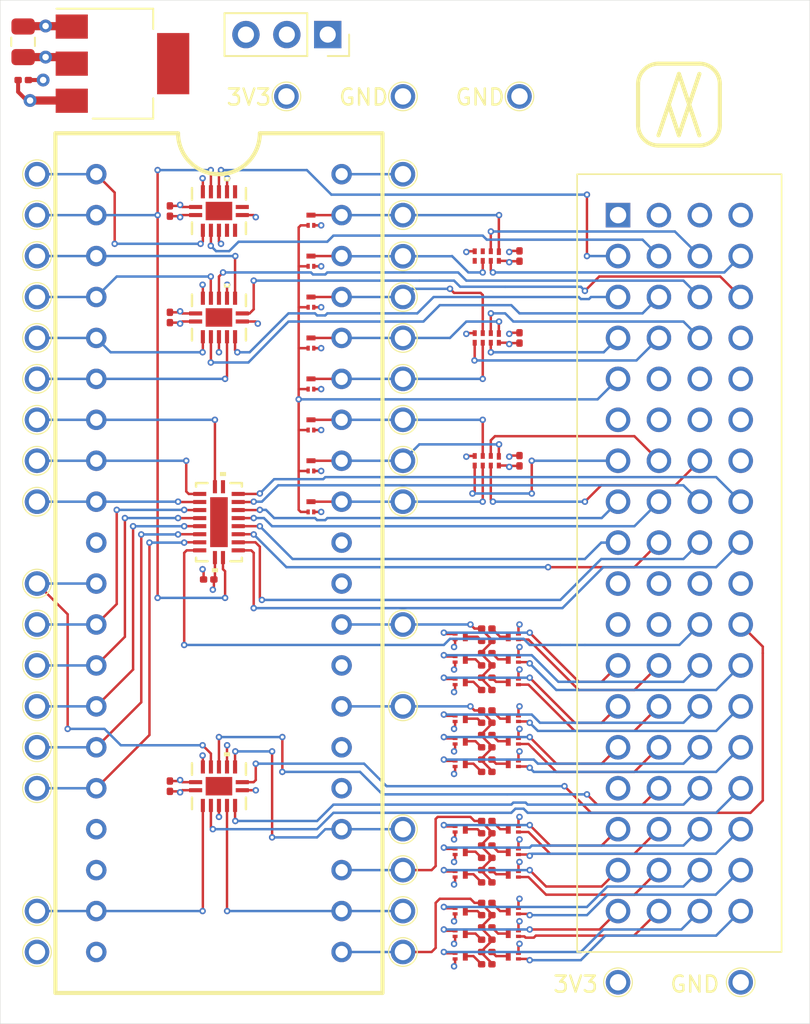
<source format=kicad_pcb>
(kicad_pcb (version 20221018) (generator pcbnew)
  (layers (0 "F.Cu" signal) (1 "In1.Cu" signal) (2 "In2.Cu" signal) (31 "B.Cu" signal) (34 "B.Paste" user) (35 "F.Paste" user) (36 "B.SilkS" user "B.Silkscreen") (37 "F.SilkS" user "F.Silkscreen") (38 "B.Mask" user) (39 "F.Mask" user) (44 "Edge.Cuts" user))
  (net 0 "")
  (net 1 "+5V")
  (net 2 "GND")
  (net 3 "3V3_B")
  (net 4 "+3.3V")
  (net 5 "~{CS1}")
  (net 6 "R{slash}W")
  (net 7 "A3")
  (net 8 "A2")
  (net 9 "A1")
  (net 10 "A0")
  (net 11 "D0")
  (net 12 "D1")
  (net 13 "D2")
  (net 15 "~{CS3}")
  (net 16 "D3")
  (net 17 "D4")
  (net 18 "D5")
  (net 19 "D6")
  (net 20 "D7")
  (net 23 "~{CS4}")
  (net 24 "AUDIO4")
  (net 25 "~{CS2}")
  (net 26 "AUDIO1")
  (net 27 "PHI2")
  (net 30 "AUDIO3")
  (net 32 "AUDIO2")
  (net 35 "P6")
  (net 36 "P7")
  (net 37 "P4")
  (net 38 "P5")
  (net 39 "P2")
  (net 40 "P3")
  (net 41 "P0")
  (net 42 "P1")
  (net 43 "3V3_A")
  (net 44 "_A0")
  (net 45 "_A1")
  (net 46 "_A2")
  (net 47 "_A3")
  (net 48 "_D0")
  (net 49 "_D1")
  (net 50 "_D2")
  (net 51 "_D3")
  (net 52 "_D4")
  (net 53 "_D5")
  (net 54 "_D6")
  (net 55 "_D7")
  (net 56 "~{_CS1}")
  (net 57 "~{_CS2}")
  (net 58 "~{_CS3}")
  (net 59 "~{_CS4}")
  (net 60 "_P0")
  (net 61 "_P1")
  (net 62 "_P2")
  (net 63 "_P3")
  (net 64 "_P4")
  (net 65 "_P5")
  (net 66 "_P6")
  (net 67 "_P7")
  (net 68 "_R{slash}W")
  (net 69 "_DUMP")
  (net 70 "~{_EN}")
  (net 71 "_PHI2")
  (net 72 "_AUDIO4_5")
  (net 73 "_AUDIO4_4")
  (net 74 "_AUDIO4_3")
  (net 75 "_AUDIO4_2")
  (net 76 "_AUDIO4_1")
  (net 77 "_AUDIO4_0")
  (net 78 "_AUDIO3_5")
  (net 79 "_AUDIO3_4")
  (net 80 "_AUDIO3_3")
  (net 81 "_AUDIO3_2")
  (net 82 "_AUDIO3_1")
  (net 83 "_AUDIO3_0")
  (net 84 "_AUDIO2_5")
  (net 85 "_AUDIO2_4")
  (net 86 "_AUDIO2_3")
  (net 87 "_AUDIO2_2")
  (net 88 "_AUDIO2_1")
  (net 89 "_AUDIO2_0")
  (net 90 "_AUDIO1_5")
  (net 91 "_AUDIO1_4")
  (net 92 "_AUDIO1_3")
  (net 93 "_AUDIO1_2")
  (net 94 "_AUDIO1_1")
  (net 95 "_AUDIO1_0")
  (net 96 "Net-(Q1-D)")
  (net 97 "Net-(Q2-D)")
  (net 98 "Net-(Q3-D)")
  (net 99 "Net-(Q4-D)")
  (net 100 "Net-(Q5-D)")
  (net 101 "Net-(Q6-D)")
  (net 102 "Net-(Q7-D)")
  (net 103 "Net-(Q8-D)")
  (net 104 "Net-(Q9-D)")
  (net 105 "Net-(Q10-D)")
  (net 106 "Net-(Q11-D)")
  (net 107 "Net-(Q12-D)")
  (net 108 "Net-(Q13-D)")
  (net 109 "Net-(Q14-D)")
  (net 110 "Net-(Q15-D)")
  (net 111 "Net-(Q16-D)")
  (net 112 "Net-(Q17-D)")
  (net 113 "Net-(Q18-D)")
  (net 114 "Net-(Q19-D)")
  (net 115 "Net-(Q20-D)")
  (net 116 "Net-(Q21-D)")
  (net 117 "Net-(Q22-D)")
  (net 118 "Net-(Q23-D)")
  (net 119 "Net-(Q24-D)")
  (footprint "POKEY_Footprints:CST3_TOS" (layer "F.Cu") (at 241.554 83.82)
    (fp_text reference "Q6" hide)
    (fp_text value "SSM3K72KCT" hide)
  )
  (footprint "Capacitor_SMD:C_0201_0603Metric" (layer "F.Cu") (at 223.52 45.466 -90)
    (fp_text reference "C7" hide)
    (fp_text value ".1uf" hide)
  )
  (footprint "Capacitor_SMD:C_0201_0603Metric" (layer "F.Cu") (at 225.933 68.326 180)
    (fp_text reference "C6" hide)
    (fp_text value ".1uf" hide)
  )
  (footprint "POKEY_Footprints:TP" (layer "F.Cu") (at 215.265 91.44)
    (fp_text reference "TP1" hide)
    (fp_text value "~" hide)
  )
  (footprint "Resistor_SMD:R_0201_0603Metric" (layer "F.Cu") (at 243.205 89.154 180)
    (fp_text reference "R24" hide)
    (fp_text value "75K 1%" hide)
  )
  (footprint "POKEY_Footprints:CST3_TOS" (layer "F.Cu") (at 241.554 86.614)
    (fp_text reference "Q2" hide)
    (fp_text value "SSM3K72KCT" hide)
  )
  (footprint "POKEY_Footprints:XSON8" (layer "F.Cu") (at 243.205 60.96 -90)
    (fp_text reference "U6" hide)
    (fp_text value "~" hide)
  )
  (footprint "POKEY_Footprints:TP" (layer "F.Cu") (at 215.265 68.58)
    (fp_text reference "TP17" hide)
    (fp_text value "~" hide)
  )
  (footprint "Resistor_SMD:R_0201_0603Metric" (layer "F.Cu") (at 243.205 91.44)
    (fp_text reference "R19" hide)
    (fp_text value "825 1%" hide)
  )
  (footprint "POKEY_Footprints:CST3_TOS" (layer "F.Cu") (at 232.283 53.6575 90)
    (fp_text reference "Q26" hide)
    (fp_text value "SSM3K72KCT" hide)
  )
  (footprint "Resistor_SMD:R_0201_0603Metric" (layer "F.Cu") (at 243.205 72.898)
    (fp_text reference "R9" hide)
    (fp_text value "3.3K 1%" hide)
  )
  (footprint "POKEY_Footprints:CST3_TOS" (layer "F.Cu") (at 244.856 86.614 180)
    (fp_text reference "Q1" hide)
    (fp_text value "SSM3K72KCT" hide)
  )
  (footprint "POKEY_Footprints:TP" (layer "F.Cu") (at 237.998 48.271448)
    (fp_text reference "TP36" hide)
    (fp_text value "~" hide)
  )
  (footprint "POKEY_Footprints:CST3_TOS" (layer "F.Cu") (at 241.554 76.962)
    (fp_text reference "Q18" hide)
    (fp_text value "SSM3K72KCT" hide)
  )
  (footprint "Resistor_SMD:R_0201_0603Metric" (layer "F.Cu") (at 243.205 73.66 180)
    (fp_text reference "R10" hide)
    (fp_text value "7.68K 1%" hide)
  )
  (footprint "POKEY_Footprints:CST3_TOS" (layer "F.Cu") (at 244.856 90.297 180)
    (fp_text reference "Q21" hide)
    (fp_text value "SSM3K72KCT" hide)
  )
  (footprint "POKEY_Footprints:TP" (layer "F.Cu") (at 237.998 71.12)
    (fp_text reference "TP29" hide)
    (fp_text value "~" hide)
  )
  (footprint "Resistor_SMD:R_0201_0603Metric" (layer "F.Cu") (at 243.205 84.074 180)
    (fp_text reference "R6" hide)
    (fp_text value "75K 1%" hide)
  )
  (footprint "POKEY_Footprints:CST3_TOS" (layer "F.Cu") (at 244.856 83.82 180)
    (fp_text reference "Q5" hide)
    (fp_text value "SSM3K72KCT" hide)
  )
  (footprint "POKEY_Footprints:CST3_TOS" (layer "F.Cu") (at 241.554 91.694)
    (fp_text reference "Q20" hide)
    (fp_text value "SSM3K72KCT" hide)
  )
  (footprint "POKEY_Footprints:CST3_TOS" (layer "F.Cu") (at 241.554 79.756)
    (fp_text reference "Q14" hide)
    (fp_text value "SSM3K72KCT" hide)
  )
  (footprint "Resistor_SMD:R_0201_0603Metric" (layer "F.Cu") (at 243.205 74.422)
    (fp_text reference "R7" hide)
    (fp_text value "825 1%" hide)
  )
  (footprint "POKEY_Footprints:TP" (layer "F.Cu") (at 237.998 91.44)
    (fp_text reference "TP24" hide)
    (fp_text value "~" hide)
  )
  (footprint "POKEY_Footprints:TP" (layer "F.Cu") (at 215.265 88.9)
    (fp_text reference "TP23" hide)
    (fp_text value "~" hide)
  )
  (footprint "Resistor_SMD:R_0201_0603Metric" (layer "F.Cu") (at 243.205 77.978)
    (fp_text reference "R15" hide)
    (fp_text value "3.3K 1%" hide)
  )
  (footprint "POKEY_Footprints:TP" (layer "F.Cu") (at 215.265 63.5)
    (fp_text reference "TP16" hide)
    (fp_text value "~" hide)
  )
  (footprint "POKEY_Footprints:CST3_TOS" (layer "F.Cu") (at 244.856 78.359 180)
    (fp_text reference "Q15" hide)
    (fp_text value "SSM3K72KCT" hide)
  )
  (footprint "POKEY_Footprints:TP" (layer "F.Cu") (at 237.998 58.42)
    (fp_text reference "TP32" hide)
    (fp_text value "~" hide)
  )
  (footprint "POKEY_Footprints:TP" (layer "F.Cu") (at 215.265 73.66)
    (fp_text reference "TP19" hide)
    (fp_text value "~" hide)
  )
  (footprint "POKEY_Footprints:TP" (layer "F.Cu") (at 215.265 60.96)
    (fp_text reference "TP15" hide)
    (fp_text value "~" hide)
  )
  (footprint "POKEY_Footprints:TP" (layer "F.Cu") (at 215.265 53.34)
    (fp_text reference "TP12" hide)
    (fp_text value "~" hide)
  )
  (footprint "POKEY_Footprints:CST3_TOS" (layer "F.Cu") (at 241.554 90.297)
    (fp_text reference "Q22" hide)
    (fp_text value "SSM3K72KCT" hide)
  )
  (footprint "Resistor_SMD:R_0201_0603Metric" (layer "F.Cu") (at 243.205 75.184 180)
    (fp_text reference "R8" hide)
    (fp_text value "1.65K 1%" hide)
  )
  (footprint "POKEY_Footprints:TP" (layer "F.Cu") (at 237.998 38.354)
    (fp_text reference "TP4" hide)
    (fp_text value "~" hide)
  )
  (footprint "POKEY_Footprints:TP" (layer "F.Cu") (at 245.237 38.354)
    (fp_text reference "TP6" hide)
    (fp_text value "~" hide)
  )
  (footprint "Resistor_SMD:R_0201_0603Metric" (layer "F.Cu") (at 243.205 72.136 180)
    (fp_text reference "R12" hide)
    (fp_text value "75K 1%" hide)
  )
  (footprint "Capacitor_SMD:C_0201_0603Metric" (layer "F.Cu") (at 245.237 48.26 90)
    (fp_text reference "C3" hide)
    (fp_text value ".1uf" hide)
  )
  (footprint "POKEY_Footprints:DHVQFN14_SOT762-1_NEX" (layer "F.Cu") (at 226.568 52.07 90)
    (fp_text reference "U3" hide)
    (fp_text value "74LVC125" hide)
  )
  (footprint "POKEY_Footprints:CST3_TOS" (layer "F.Cu") (at 244.856 79.756 180)
    (fp_text reference "Q13" hide)
    (fp_text value "SSM3K72KCT" hide)
  )
  (footprint "POKEY_Footprints:CST3_TOS" (layer "F.Cu") (at 241.554 74.676)
    (fp_text reference "Q8" hide)
    (fp_text value "SSM3K72KCT" hide)
  )
  (footprint "POKEY_Footprints:TP" (layer "F.Cu") (at 237.998 83.82)
    (fp_text reference "TP27" hide)
    (fp_text value "~" hide)
  )
  (footprint "POKEY_Footprints:CST3_TOS" (layer "F.Cu") (at 241.554 85.217)
    (fp_text reference "Q4" hide)
    (fp_text value "SSM3K72KCT" hide)
  )
  (footprint "Resistor_SMD:R_0201_0603Metric" (layer "F.Cu") (at 243.205 92.202 180)
    (fp_text reference "R20" hide)
    (fp_text value "1.65K 1%" hide)
  )
  (footprint "Resistor_SMD:R_0201_0603Metric" (layer "F.Cu") (at 243.205 83.312)
    (fp_text reference "R5" hide)
    (fp_text value "24K 1%" hide)
  )
  (footprint "POKEY_Footprints:CST3_TOS" (layer "F.Cu") (at 244.856 73.279 180)
    (fp_text reference "Q9" hide)
    (fp_text value "SSM3K72KCT" hide)
  )
  (footprint "POKEY_Footprints:CST3_TOS" (layer "F.Cu") (at 241.554 88.9)
    (fp_text reference "Q24" hide)
    (fp_text value "SSM3K72KCT" hide)
  )
  (footprint "POKEY_Footprints:TP" (layer "F.Cu") (at 215.265 45.72)
    (fp_text reference "TP9" hide)
    (fp_text value "~" hide)
  )
  (footprint "POKEY_Footprints:TP" (layer "F.Cu") (at 215.265 71.12)
    (fp_text reference "TP18" hide)
    (fp_text value "~" hide)
  )
  (footprint "Capacitor_SMD:C_0201_0603Metric" (layer "F.Cu") (at 223.52 52.07 -90)
    (fp_text reference "C8" hide)
    (fp_text value ".1uf" hide)
  )
  (footprint "POKEY_Footprints:CST3_TOS" (layer "F.Cu") (at 244.856 74.676 180)
    (fp_text reference "Q7" hide)
    (fp_text value "SSM3K72KCT" hide)
  )
  (footprint "POKEY_Footprints:TP" (layer "F.Cu") (at 237.998 45.72)
    (fp_text reference "TP37" hide)
    (fp_text value "~" hide)
  )
  (footprint "Resistor_SMD:R_0201_0603Metric" (layer "F.Cu") (at 243.205 71.374)
    (fp_text reference "R11" hide)
    (fp_text value "24K 1%" hide)
  )
  (footprint "POKEY_Footprints:TP" (layer "F.Cu") (at 237.998 50.8)
    (fp_text reference "TP35" hide)
    (fp_text value "~" hide)
  )
  (footprint "Resistor_SMD:R_0201_0603Metric" (layer "F.Cu") (at 243.205 76.454)
    (fp_text reference "R17" hide)
    (fp_text value "24K 1%" hide)
  )
  (footprint "POKEY_Footprints:TP" (layer "F.Cu") (at 237.998 88.9)
    (fp_text reference "TP25" hide)
    (fp_text value "~" hide)
  )
  (footprint "Resistor_SMD:R_0201_0603Metric" (layer "F.Cu") (at 243.205 86.36)
    (fp_text reference "R1" hide)
    (fp_text value "825 1%" hide)
  )
  (footprint "Resistor_SMD:R_0201_0603Metric" (layer "F.Cu") (at 243.205 78.74 180)
    (fp_text reference "R16" hide)
    (fp_text value "7.68K 1%" hide)
  )
  (footprint "Capacitor_SMD:C_0201_0603Metric" (layer "F.Cu") (at 214.412 37.338)
    (fp_text reference "C1" hide)
    (fp_text value ".1uf" hide)
  )
  (footprint "POKEY_Footprints:TP" (layer "F.Cu") (at 215.265 50.8)
    (fp_text reference "TP11" hide)
    (fp_text value "~" hide)
  )
  (footprint "POKEY_Footprints:TP" (layer "F.Cu") (at 258.9784 93.3196)
    (fp_text reference "TP7" hide)
    (fp_text value "~" hide)
  )
  (footprint "POKEY_Footprints:CST3_TOS" (layer "F.Cu") (at 244.856 76.962 180)
    (fp_text reference "Q17" hide)
    (fp_text value "SSM3K72KCT" hide)
  )
  (footprint "POKEY_Footprints:CST3_TOS" (layer "F.Cu") (at 244.856 85.217 180)
    (fp_text reference "Q3" hide)
    (fp_text value "SSM3K72KCT" hide)
  )
  (footprint "Resistor_SMD:R_0201_0603Metric" (layer "F.Cu") (at 243.205 89.916)
    (fp_text reference "R21" hide)
    (fp_text value "3.3K 1%" hide)
  )
  (footprint "POKEY_Footprints:CST3_TOS" (layer "F.Cu") (at 241.554 71.882)
    (fp_text reference "Q12" hide)
    (fp_text value "SSM3K72KCT" hide)
  )
  (footprint "POKEY_Footprints:CST3_TOS" (layer "F.Cu") (at 244.856 88.9 180)
    (fp_text reference "Q23" hide)
    (fp_text value "SSM3K72KCT" hide)
  )
  (footprint "Resistor_SMD:R_0201_0603Metric" (layer "F.Cu") (at 243.205 77.216 180)
    (fp_text reference "R18" hide)
    (fp_text value "75K 1%" hide)
  )
  (footprint "POKEY_Footprints:TP" (layer "F.Cu") (at 237.998 60.96)
    (fp_text reference "TP31" hide)
    (fp_text value "~" hide)
  )
  (footprint "Capacitor_SMD:C_0201_0603Metric" (layer "F.Cu") (at 223.52 81.153 -90)
    (fp_text reference "C9" hide)
    (fp_text value ".1uf" hide)
  )
  (footprint "POKEY_Footprints:TP" (layer "F.Cu") (at 237.998 86.36)
    (fp_text reference "TP26" hide)
    (fp_text value "~" hide)
  )
  (footprint "POKEY_Footprints:CST3_TOS" (layer "F.Cu") (at 232.283 48.5775 90)
    (fp_text reference "Q31" hide)
    (fp_text value "SSM3K72KCT" hide)
  )
  (footprint "POKEY_Footprints:DHVQFN14_SOT762-1_NEX" (layer "F.Cu") (at 226.568 81.153 90)
    (fp_text reference "U8" hide)
    (fp_text value "74LVC125" hide)
  )
  (footprint "POKEY_Footprints:CST3_TOS" (layer "F.Cu") (at 232.283 56.1975 90)
    (fp_text reference "Q32" hide)
    (fp_text value "SSM3K72KCT" hide)
  )
  (footprint "POKEY_Footprints:Con_2X20" (layer "F.Cu") (at 226.568 66.04)
    (fp_text reference "J1" hide)
    (fp_text value "~" hide)
  )
  (footprint "POKEY_Footprints:Proto-72Pin" (layer "F.Cu") (at 255.1684 67.31)
    (fp_text reference "J2" hide)
    (fp_text value "~" hide)
  )
  (footprint "POKEY_Footprints:XSON8" (layer "F.Cu") (at 243.205 48.26 -90)
    (fp_text reference "U4" hide)
    (fp_text value "~" hide)
  )
  (footprint "POKEY_Footprints:TP" (layer "F.Cu") (at 230.759 38.354)
    (fp_text reference "TP3" hide)
    (fp_text value "~" hide)
  )
  (footprint "POKEY_Footprints:CST3_TOS" (layer "F.Cu") (at 232.283 61.2775 90)
    (fp_text reference "Q27" hide)
    (fp_text value "SSM3K72KCT" hide)
  )
  (footprint "POKEY_Footprints:TP" (layer "F.Cu") (at 237.998 53.34)
    (fp_text reference "TP34" hide)
    (fp_text value "~" hide)
  )
  (footprint "Connector_PinSocket_2.54mm:PinSocket_1x03_P2.54mm_Vertical" (layer "F.Cu") (at 233.3244 34.5186 -90)
    (fp_text reference "J3" hide)
    (fp_text value "Conn_01x03_Pin" hide)
  )
  (footprint "POKEY_Footprints:VQFN20_RKS_TEX" (layer "F.Cu") (at 226.568 64.77 180)
    (fp_text reference "U2" hide)
    (fp_text value "~" hide)
  )
  (footprint "POKEY_Footprints:TP" (layer "F.Cu") (at 237.998 43.18)
    (fp_text reference "TP2" hide)
    (fp_text value "~" hide)
  )
  (footprint "POKEY_Footprints:CST3_TOS" (layer "F.Cu") (at 244.856 91.694 180)
    (fp_text reference "Q19" hide)
    (fp_text value "SSM3K72KCT" hide)
  )
  (footprint "Resistor_SMD:R_0201_0603Metric" (layer "F.Cu") (at 243.205 84.836)
    (fp_text reference "R3" hide)
    (fp_text value "3.3K 1%" hide)
  )
  (footprint "Resistor_SMD:R_0201_0603Metric" (layer "F.Cu") (at 243.205 85.598 180)
    (fp_text reference "R4" hide)
    (fp_text value "7.68K 1%" hide)
  )
  (footprint "POKEY_Footprints:TP" (layer "F.Cu") (at 215.265 76.2)
    (fp_text reference "TP20" hide)
    (fp_text value "~" hide)
  )
  (footprint "POKEY_Footprints:Reg" (layer "F.Cu") (at 220.574 36.576)
    (fp_text reference "U1" hide)
    (fp_text value "LD1117S33TR" hide)
  )
  (footprint "Capacitor_SMD:C_0805_2012Metric" (layer "F.Cu") (at 214.4014 34.9656 90)
    (fp_text reference "C2" hide)
    (fp_text value "10uf" hide)
  )
  (footprint "Capacitor_SMD:C_0201_0603Metric" (layer "F.Cu") (at 245.237 53.34 90)
    (fp_text reference "C4" hide)
    (fp_text value ".1uf" hide)
  )
  (footprint "POKEY_Footprints:TP" (layer "F.Cu") (at 215.265 58.42)
    (fp_text reference "TP14" hide)
    (fp_text value "~" hide)
  )
  (footprint "POKEY_Footprints:TP" (layer "F.Cu") (at 237.998 63.5)
    (fp_text reference "TP30" hide)
    (fp_text value "~" hide)
  )
  (footprint "POKEY_Footprints:TP" (layer "F.Cu") (at 237.998 55.88)
    (fp_text reference "TP33" hide)
    (fp_text value "~" hide)
  )
  (footprint "POKEY_Footprints:CST3_TOS" (layer "F.Cu") (at 244.856 71.882 180)
    (fp_text reference "Q11" hide)
    (fp_text value "SSM3K72KCT" hide)
  )
  (footprint "Resistor_SMD:R_0201_0603Metric" (layer "F.Cu") (at 243.205 90.678 180)
    (fp_text reference "R22" hide)
    (fp_text value "7.68K 1%" hide)
  )
  (footprint "Resistor_SMD:R_0201_0603Metric" (layer "F.Cu") (at 243.205 87.122 180)
    (fp_text reference "R2" hide)
    (fp_text value "1.65K 1%" hide)
  )
  (footprint "Capacitor_SMD:C_0201_0603Metric" (layer "F.Cu") (at 245.237 60.96 90)
    (fp_text reference "C5" hide)
    (fp_text value ".1uf" hide)
  )
  (footprint "POKEY_Footprints:TP" (layer "F.Cu") (at 251.3584 93.3196)
    (fp_text reference "TP5" hide)
    (fp_text value "~" hide)
  )
  (footprint "POKEY_Footprints:CST3_TOS" (layer "F.Cu") (at 232.283 46.0375 90)
    (fp_text reference "Q25" hide)
    (fp_text value "SSM3K72KCT" hide)
  )
  (footprint "POKEY_Footprints:TP" (layer "F.Cu") (at 215.265 43.18)
    (fp_text reference "TP8" hide)
    (fp_text value "~" hide)
  )
  (footprint "POKEY_Footprints:CST3_TOS" (layer "F.Cu") (at 241.554 73.279)
    (fp_text reference "Q10" hide)
    (fp_text value "SSM3K72KCT" hide)
  )
  (footprint "Resistor_SMD:R_0201_0603Metric" (layer "F.Cu") (at 243.205 88.392)
    (fp_text reference "R23" hide)
    (fp_text value "24K 1%" hide)
  )
  (footprint "POKEY_Footprints:TP" (layer "F.Cu") (at 215.265 55.88)
    (fp_text reference "TP13" hide)
    (fp_text value "~" hide)
  )
  (footprint "POKEY_Footprints:TP" (layer "F.Cu") (at 215.265 81.28)
    (fp_text reference "TP22" hide)
    (fp_text value "~" hide)
  )
  (footprint "POKEY_Footprints:CST3_TOS" (layer "F.Cu") (at 232.283 63.8175 90)
    (fp_text reference "Q33" hide)
    (fp_text value "SSM3K72KCT" hide)
  )
  (footprint "POKEY_Footprints:CST3_TOS" (layer "F.Cu") (at 232.283 51.1175 90)
    (fp_text reference "Q29" hide)
    (fp_text value "SSM3K72KCT" hide)
  )
  (footprint "Resistor_SMD:R_0201_0603Metric" (layer "F.Cu") (at 243.205 79.502)
    (fp_text reference "R13" hide)
    (fp_text value "825 1%" hide)
  )
  (footprint "POKEY_Footprints:DHVQFN14_SOT762-1_NEX" (layer "F.Cu") (at 226.568 45.466 90)
    (fp_text reference "U7" hide)
    (fp_text value "74LVC125" hide)
  )
  (footprint "POKEY_Footprints:TP" (layer "F.Cu") (at 215.265 48.26)
    (fp_text reference "TP10" hide)
    (fp_text value "~" hide)
  )
  (footprint "POKEY_Footprints:TP" (layer "F.Cu") (at 215.265 78.74)
    (fp_text reference "TP21" hide)
    (fp_text value "~" hide)
  )
  (footprint "POKEY_Footprints:CST3_TOS" (layer "F.Cu") (at 241.554 78.359)
    (fp_text reference "Q16" hide)
    (fp_text value "SSM3K72KCT" hide)
  )
  (footprint "POKEY_Footprints:CST3_TOS" (layer "F.Cu") (at 232.283 58.7375 90)
    (fp_text reference "Q30" hide)
    (fp_text value "SSM3K72KCT" hide)
  )
  (footprint "POKEY_Footprints:TP" (layer "F.Cu") (at 237.998 76.2)
    (fp_text reference "TP28" hide)
    (fp_text value "~" hide)
  )
  (footprint "POKEY_Footprints:XSON8" (layer "F.Cu") (at 243.205 53.34 -90)
    (fp_text reference "U5" hide)
    (fp_text value "~" hide)
  )
  (footprint "Resistor_SMD:R_0201_0603Metric" (layer "F.Cu") (at 243.205 80.264 180)
    (fp_text reference "R14" hide)
    (fp_text value "1.65K 1%" hide)
  )
  (gr_line (start 256.413 36.322) (end 253.873 36.322) (stroke (width 0.254)) (layer "F.SilkS"))
  (gr_line (start 257.683 37.592) (end 257.683 40.132) (stroke (width 0.254)) (layer "F.SilkS"))
  (gr_line (start 255.143 36.957) (end 256.413 40.767) (stroke (width 0.254)) (layer "F.SilkS"))
  (gr_line (start 256.413 41.402) (end 253.873 41.402) (stroke (width 0.254)) (layer "F.SilkS"))
  (gr_arc (start 253.873 41.402) (mid 252.974974 41.030026) (end 252.603 40.132) (stroke (width 0.254)) (layer "F.SilkS"))
  (gr_line (start 255.143 40.767) (end 256.413 36.957) (stroke (width 0.254)) (layer "F.SilkS"))
  (gr_arc (start 256.413 36.322) (mid 257.311026 36.693974) (end 257.683 37.592) (stroke (width 0.254)) (layer "F.SilkS"))
  (gr_line (start 254.508 38.862) (end 255.143 40.767) (stroke (width 0.254)) (layer "F.SilkS"))
  (gr_arc (start 252.603 37.592) (mid 252.974974 36.693974) (end 253.873 36.322) (stroke (width 0.254)) (layer "F.SilkS"))
  (gr_arc (start 257.683 40.132) (mid 257.311026 41.030026) (end 256.413 41.402) (stroke (width 0.254)) (layer "F.SilkS"))
  (gr_line (start 253.873 40.767) (end 255.143 36.957) (stroke (width 0.254)) (layer "F.SilkS"))
  (gr_line (start 252.603 37.592) (end 252.603 40.132) (stroke (width 0.254)) (layer "F.SilkS"))
  (gr_line (start 263.271 95.885) (end 212.979 95.885) (stroke (width 0.0254)) (layer "Edge.Cuts"))
  (gr_line (start 212.979 95.885) (end 212.979 32.385) (stroke (width 0.0254)) (layer "Edge.Cuts"))
  (gr_line (start 263.271 32.385) (end 263.271 95.885) (stroke (width 0.0254)) (layer "Edge.Cuts"))
  (gr_line (start 212.979 32.385) (end 263.271 32.385) (stroke (width 0.0254)) (layer "Edge.Cuts"))
  (gr_text "GND" (at 241.173 38.989) (layer "F.SilkS") (effects (font (size 1 1)) (justify left bottom)))
  (gr_text "3V3" (at 247.2436 94.0308) (layer "F.SilkS") (effects (font (size 1 1)) (justify left bottom)))
  (gr_text "GND" (at 254.508 94.0308) (layer "F.SilkS") (effects (font (size 1 1)) (justify left bottom)))
  (gr_text "3V3" (at 226.949 38.989) (layer "F.SilkS") (effects (font (size 1 1)) (justify left bottom)))
  (gr_text "GND" (at 233.934 38.989) (layer "F.SilkS") (effects (font (size 1 1)) (justify left bottom)))
  (segment (start 214.092 38.07) (end 214.092 37.338) (width 0.25) (layer "F.Cu") (net 1))
  (segment (start 214.8332 38.608) (end 217.438 38.608) (width 0.508) (layer "F.Cu") (net 1))
  (segment (start 217.438 38.608) (end 217.4494 38.5966) (width 0.508) (layer "F.Cu") (net 1))
  (segment (start 214.8332 38.608) (end 214.63 38.608) (width 0.25) (layer "F.Cu") (net 1))
  (segment (start 214.63 38.608) (end 214.092 38.07) (width 0.25) (layer "F.Cu") (net 1))
  (via (at 214.8332 38.608) (size 0.8) (drill 0.4) (layers "F.Cu" "B.Cu") (net 1))
  (segment (start 237.998 43.18) (end 234.188 43.18) (width 0.1524) (layer "B.Cu") (net 1))
  (segment (start 245.1735 74.500999) (end 245.1735 73.9775) (width 0.1524) (layer "F.Cu") (net 2))
  (segment (start 226.568 47.371) (end 226.695 47.498) (width 0.1524) (layer "F.Cu") (net 2))
  (segment (start 241.2365 72.4535) (end 241.173 72.517) (width 0.1524) (layer "F.Cu") (net 2))
  (segment (start 245.1735 71.706999) (end 245.1735 71.1835) (width 0.1524) (layer "F.Cu") (net 2))
  (segment (start 241.9782 53.0428) (end 241.935 53.086) (width 0.1524) (layer "F.Cu") (net 2))
  (segment (start 242.454999 60.6628) (end 241.9782 60.6628) (width 0.1524) (layer "F.Cu") (net 2))
  (segment (start 245.1735 83.644999) (end 245.1735 83.1215) (width 0.1524) (layer "F.Cu") (net 2))
  (segment (start 241.9782 60.6628) (end 241.935 60.706) (width 0.1524) (layer "F.Cu") (net 2))
  (segment (start 241.2365 85.392001) (end 241.2365 85.7885) (width 0.1524) (layer "F.Cu") (net 2))
  (segment (start 232.458001 59.055) (end 232.918 59.055) (width 0.1524) (layer "F.Cu") (net 2))
  (segment (start 245.1735 83.1215) (end 245.237 83.058) (width 0.1524) (layer "F.Cu") (net 2))
  (segment (start 245.1735 86.438999) (end 245.1735 85.9155) (width 0.1524) (layer "F.Cu") (net 2))
  (segment (start 244.668 53.02) (end 244.602 53.086) (width 0.1524) (layer "F.Cu") (net 2))
  (segment (start 241.2365 73.454001) (end 241.2365 73.8505) (width 0.1524) (layer "F.Cu") (net 2))
  (segment (start 241.9782 47.9628) (end 241.935 48.006) (width 0.1524) (layer "F.Cu") (net 2))
  (segment (start 245.1735 88.724999) (end 245.1735 88.2015) (width 0.1524) (layer "F.Cu") (net 2))
  (segment (start 224.285937 45.716063) (end 224.155 45.847) (width 0.1524) (layer "F.Cu") (net 2))
  (segment (start 228.0158 81.403063) (end 228.850063 81.403063) (width 0.1524) (layer "F.Cu") (net 2))
  (segment (start 215.646 37.338) (end 214.732 37.338) (width 0.25) (layer "F.Cu") (net 2))
  (segment (start 245.237 53.02) (end 244.668 53.02) (width 0.1524) (layer "F.Cu") (net 2))
  (segment (start 241.2365 90.8685) (end 241.173 90.932) (width 0.1524) (layer "F.Cu") (net 2))
  (segment (start 225.567748 79.263748) (end 225.552 79.248) (width 0.1524) (layer "F.Cu") (net 2))
  (segment (start 245.1735 73.9775) (end 245.237 73.914) (width 0.1524) (layer "F.Cu") (net 2))
  (segment (start 224.285937 52.320063) (end 224.155 52.451) (width 0.1524) (layer "F.Cu") (net 2))
  (segment (start 241.2365 78.534001) (end 241.2365 78.9305) (width 0.1524) (layer "F.Cu") (net 2))
  (segment (start 245.1735 72.5805) (end 245.237 72.517) (width 0.1524) (layer "F.Cu") (net 2))
  (segment (start 228.723063 45.716063) (end 228.854 45.847) (width 0.1524) (layer "F.Cu") (net 2))
  (segment (start 245.1735 90.9955) (end 245.237 90.932) (width 0.1524) (layer "F.Cu") (net 2))
  (segment (start 232.458001 53.975) (end 232.918 53.975) (width 0.1524) (layer "F.Cu") (net 2))
  (segment (start 244.668 60.64) (end 244.602 60.706) (width 0.1524) (layer "F.Cu") (net 2))
  (segment (start 225.567748 50.053748) (end 225.552 50.038) (width 0.1524) (layer "F.Cu") (net 2))
  (segment (start 227.076 43.434) (end 227.068126 43.441874) (width 0.1524) (layer "F.Cu") (net 2))
  (segment (start 245.1735 84.5185) (end 245.237 84.455) (width 0.1524) (layer "F.Cu") (net 2))
  (segment (start 224.094 81.473) (end 224.155 81.534) (width 0.1524) (layer "F.Cu") (net 2))
  (segment (start 226.568 82.3468) (end 226.568 83.058) (width 0.1524) (layer "F.Cu") (net 2))
  (segment (start 241.2365 73.8505) (end 241.173 73.914) (width 0.1524) (layer "F.Cu") (net 2))
  (segment (start 232.458001 61.595) (end 232.918 61.595) (width 0.1524) (layer "F.Cu") (net 2))
  (segment (start 225.567748 50.8762) (end 225.567748 50.053748) (width 0.1524) (layer "F.Cu") (net 2))
  (segment (start 224.285937 81.403063) (end 224.155 81.534) (width 0.1524) (layer "F.Cu") (net 2))
  (segment (start 241.2365 75.2475) (end 241.173 75.311) (width 0.1524) (layer "F.Cu") (net 2))
  (segment (start 245.1735 85.9155) (end 245.237 85.852) (width 0.1524) (layer "F.Cu") (net 2))
  (segment (start 225.567748 43.449748) (end 225.552 43.434) (width 0.1524) (layer "F.Cu") (net 2))
  (segment (start 214.4204 33.9966) (end 214.4014 34.0156) (width 0.508) (layer "F.Cu") (net 2))
  (segment (start 241.2365 79.931001) (end 241.2365 80.3275) (width 0.1524) (layer "F.Cu") (net 2))
  (segment (start 245.1735 78.183999) (end 245.1735 77.6605) (width 0.1524) (layer "F.Cu") (net 2))
  (segment (start 245.1735 88.2015) (end 245.237 88.138) (width 0.1524) (layer "F.Cu") (net 2))
  (segment (start 227.068126 78.620874) (end 227.076 78.613) (width 0.1524) (layer "F.Cu") (net 2))
  (segment (start 228.0158 52.320063) (end 228.850063 52.320063) (width 0.1524) (layer "F.Cu") (net 2))
  (segment (start 245.1735 76.786999) (end 245.1735 76.2635) (width 0.1524) (layer "F.Cu") (net 2))
  (segment (start 241.2365 83.995001) (end 241.2365 84.3915) (width 0.1524) (layer "F.Cu") (net 2))
  (segment (start 241.2365 89.075001) (end 241.2365 89.4715) (width 0.1524) (layer "F.Cu") (net 2))
  (segment (start 241.2365 85.7885) (end 241.173 85.852) (width 0.1524) (layer "F.Cu") (net 2))
  (segment (start 245.237 60.64) (end 244.668 60.64) (width 0.1524) (layer "F.Cu") (net 2))
  (segment (start 225.613 68.326) (end 225.613 67.752) (width 0.1524) (layer "F.Cu") (net 2))
  (segment (start 245.1735 79.580999) (end 245.1735 79.0575) (width 0.1524) (layer "F.Cu") (net 2))
  (segment (start 223.52 52.39) (end 224.094 52.39) (width 0.1524) (layer "F.Cu") (net 2))
  (segment (start 227.068126 79.9592) (end 227.068126 78.620874) (width 0.1524) (layer "F.Cu") (net 2))
  (segment (start 241.2365 77.5335) (end 241.173 77.597) (width 0.1524) (layer "F.Cu") (net 2))
  (segment (start 232.458001 51.435) (end 232.918 51.435) (width 0.1524) (layer "F.Cu") (net 2))
  (segment (start 232.458001 64.135) (end 232.918 64.135) (width 0.1524) (layer "F.Cu") (net 2))
  (segment (start 227.068126 50.045874) (end 227.076 50.038) (width 0.1524) (layer "F.Cu") (net 2))
  (segment (start 226.568 53.2638) (end 226.568 54.229) (width 0.1524) (layer "F.Cu") (net 2))
  (segment (start 241.2365 89.4715) (end 241.173 89.535) (width 0.1524) (layer "F.Cu") (net 2))
  (segment (start 232.458001 48.895) (end 232.918 48.895) (width 0.1524) (layer "F.Cu") (net 2))
  (segment (start 224.094 52.39) (end 224.155 52.451) (width 0.1524) (layer "F.Cu") (net 2))
  (segment (start 226.568 46.6598) (end 226.568 47.371) (width 0.1524) (layer "F.Cu") (net 2))
  (segment (start 241.2365 90.472001) (end 241.2365 90.8685) (width 0.1524) (layer "F.Cu") (net 2))
  (segment (start 245.1735 89.5985) (end 245.237 89.535) (width 0.1524) (layer "F.Cu") (net 2))
  (segment (start 225.1202 52.320063) (end 224.285937 52.320063) (width 0.1524) (layer "F.Cu") (net 2))
  (segment (start 245.1735 76.2635) (end 245.237 76.2) (width 0.1524) (layer "F.Cu") (net 2))
  (segment (start 245.1735 85.041999) (end 245.1735 84.5185) (width 0.1524) (layer "F.Cu") (net 2))
  (segment (start 215.8098 33.9966) (end 215.7984 33.9852) (width 0.508) (layer "F.Cu") (net 2))
  (segment (start 215.787 33.9966) (end 214.4204 33.9966) (width 0.508) (layer "F.Cu") (net 2))
  (segment (start 245.1735 91.518999) (end 245.1735 90.9955) (width 0.1524) (layer "F.Cu") (net 2))
  (segment (start 227.068126 44.2722) (end 227.076 43.434) (width 0.1524) (layer "F.Cu") (net 2))
  (segment (start 241.2365 77.137001) (end 241.2365 77.5335) (width 0.1524) (layer "F.Cu") (net 2))
  (segment (start 245.237 47.94) (end 244.668 47.94) (width 0.1524) (layer "F.Cu") (net 2))
  (segment (start 228.850063 52.320063) (end 228.981 52.451) (width 0.1524) (layer "F.Cu") (net 2))
  (segment (start 241.2365 74.851001) (end 241.2365 75.2475) (width 0.1524) (layer "F.Cu") (net 2))
  (segment (start 225.1202 81.403063) (end 224.285937 81.403063) (width 0.1524) (layer "F.Cu") (net 2))
  (segment (start 241.2365 91.869001) (end 241.2365 92.2655) (width 0.1524) (layer "F.Cu") (net 2))
  (segment (start 232.458001 46.355) (end 232.918 46.355) (width 0.1524) (layer "F.Cu") (net 2))
  (segment (start 225.567748 79.9592) (end 225.567748 79.263748) (width 0.1524) (layer "F.Cu") (net 2))
  (segment (start 225.567748 44.2722) (end 225.567748 43.449748) (width 0.1524) (layer "F.Cu") (net 2))
  (segment (start 241.2365 92.2655) (end 241.173 92.329) (width 0.1524) (layer "F.Cu") (net 2))
  (segment (start 225.613 67.752) (end 225.552 67.691) (width 0.1524) (layer "F.Cu") (net 2))
  (segment (start 228.0158 45.716063) (end 228.723063 45.716063) (width 0.1524) (layer "F.Cu") (net 2))
  (segment (start 245.1735 90.121999) (end 245.1735 89.5985) (width 0.1524) (layer "F.Cu") (net 2))
  (segment (start 241.2365 86.789001) (end 241.2365 87.1855) (width 0.1524) (layer "F.Cu") (net 2))
  (segment (start 223.52 45.786) (end 224.094 45.786) (width 0.1524) (layer "F.Cu") (net 2))
  (segment (start 241.2365 78.9305) (end 241.173 78.994) (width 0.1524) (layer "F.Cu") (net 2))
  (segment (start 223.52 81.473) (end 224.094 81.473) (width 0.1524) (layer "F.Cu") (net 2))
  (segment (start 215.7984 33.9852) (end 215.787 33.9966) (width 0.508) (layer "F.Cu") (net 2))
  (segment (start 245.1735 77.6605) (end 245.237 77.597) (width 0.1524) (layer "F.Cu") (net 2))
  (segment (start 224.094 45.786) (end 224.155 45.847) (width 0.1524) (layer "F.Cu") (net 2))
  (segment (start 242.454999 47.9628) (end 241.9782 47.9628) (width 0.1524) (layer "F.Cu") (net 2))
  (segment (start 228.850063 81.403063) (end 228.854 81.407) (width 0.1524) (layer "F.Cu") (net 2))
  (segment (start 227.068126 50.8762) (end 227.068126 50.045874) (width 0.1524) (layer "F.Cu") (net 2))
  (segment (start 232.458001 56.515) (end 232.918 56.515) (width 0.1524) (layer "F.Cu") (net 2))
  (segment (start 225.1202 45.716063) (end 224.285937 45.716063) (width 0.1524) (layer "F.Cu") (net 2))
  (segment (start 245.1735 79.0575) (end 245.237 78.994) (width 0.1524) (layer "F.Cu") (net 2))
  (segment (start 242.454999 53.0428) (end 241.9782 53.0428) (width 0.1524) (layer "F.Cu") (net 2))
  (segment (start 245.1735 73.103999) (end 245.1735 72.5805) (width 0.1524) (layer "F.Cu") (net 2))
  (segment (start 241.2365 80.3275) (end 241.173 80.391) (width 0.1524) (layer "F.Cu") (net 2))
  (segment (start 217.4494 33.9966) (end 215.8098 33.9966) (width 0.508) (layer "F.Cu") (net 2))
  (segment (start 241.2365 87.1855) (end 241.173 87.249) (width 0.1524) (layer "F.Cu") (net 2))
  (segment (start 245.1735 71.1835) (end 245.237 71.12) (width 0.1524) (layer "F.Cu") (net 2))
  (segment (start 241.2365 84.3915) (end 241.173 84.455) (width 0.1524) (layer "F.Cu") (net 2))
  (segment (start 244.668 47.94) (end 244.602 48.006) (width 0.1524) (layer "F.Cu") (net 2))
  (segment (start 241.2365 72.057001) (end 241.2365 72.4535) (width 0.1524) (layer "F.Cu") (net 2))
  (via (at 225.552 50.038) (size 0.4) (drill 0.2) (layers "F.Cu" "B.Cu") (net 2))
  (via (at 232.918 48.895) (size 0.4) (drill 0.2) (layers "F.Cu" "B.Cu") (net 2))
  (via (at 244.602 60.706) (size 0.4) (drill 0.2) (layers "F.Cu" "B.Cu") (net 2))
  (via (at 224.155 81.534) (size 0.4) (drill 0.2) (layers "F.Cu" "B.Cu") (net 2))
  (via (at 241.173 77.597) (size 0.4) (drill 0.2) (layers "F.Cu" "B.Cu") (net 2))
  (via (at 227.076 43.434) (size 0.4) (drill 0.2) (layers "F.Cu" "B.Cu") (net 2))
  (via (at 241.173 90.932) (size 0.4) (drill 0.2) (layers "F.Cu" "B.Cu") (net 2))
  (via (at 241.173 89.535) (size 0.4) (drill 0.2) (layers "F.Cu" "B.Cu") (net 2))
  (via (at 245.237 76.2) (size 0.4) (drill 0.2) (layers "F.Cu" "B.Cu") (net 2))
  (via (at 232.918 64.135) (size 0.4) (drill 0.2) (layers "F.Cu" "B.Cu") (net 2))
  (via (at 225.552 43.434) (size 0.4) (drill 0.2) (layers "F.Cu" "B.Cu") (net 2))
  (via (at 226.568 83.058) (size 0.4) (drill 0.2) (layers "F.Cu" "B.Cu") (net 2))
  (via (at 227.076 78.613) (size 0.4) (drill 0.2) (layers "F.Cu" "B.Cu") (net 2))
  (via (at 224.155 52.451) (size 0.4) (drill 0.2) (layers "F.Cu" "B.Cu") (net 2))
  (via (at 232.918 56.515) (size 0.4) (drill 0.2) (layers "F.Cu" "B.Cu") (net 2))
  (via (at 245.237 88.138) (size 0.4) (drill 0.2) (layers "F.Cu" "B.Cu") (net 2))
  (via (at 245.237 85.852) (size 0.4) (drill 0.2) (layers "F.Cu" "B.Cu") (net 2))
  (via (at 245.237 84.455) (size 0.4) (drill 0.2) (layers "F.Cu" "B.Cu") (net 2))
  (via (at 241.173 73.914) (size 0.4) (drill 0.2) (layers "F.Cu" "B.Cu") (net 2))
  (via (at 241.173 87.249) (size 0.4) (drill 0.2) (layers "F.Cu" "B.Cu") (net 2))
  (via (at 232.918 53.975) (size 0.4) (drill 0.2) (layers "F.Cu" "B.Cu") (net 2))
  (via (at 245.237 78.994) (size 0.4) (drill 0.2) (layers "F.Cu" "B.Cu") (net 2))
  (via (at 244.602 53.086) (size 0.4) (drill 0.2) (layers "F.Cu" "B.Cu") (net 2))
  (via (at 245.237 90.932) (size 0.4) (drill 0.2) (layers "F.Cu" "B.Cu") (net 2))
  (via (at 224.155 45.847) (size 0.4) (drill 0.2) (layers "F.Cu" "B.Cu") (net 2))
  (via (at 226.568 54.229) (size 0.4) (drill 0.2) (layers "F.Cu" "B.Cu") (net 2))
  (via (at 232.918 51.435) (size 0.4) (drill 0.2) (layers "F.Cu" "B.Cu") (net 2))
  (via (at 245.237 73.914) (size 0.4) (drill 0.2) (layers "F.Cu" "B.Cu") (net 2))
  (via (at 245.237 72.517) (size 0.4) (drill 0.2) (layers "F.Cu" "B.Cu") (net 2))
  (via (at 215.7984 33.9852) (size 0.8) (drill 0.4) (layers "F.Cu" "B.Cu") (net 2))
  (via (at 244.602 48.006) (size 0.4) (drill 0.2) (layers "F.Cu" "B.Cu") (net 2))
  (via (at 245.237 83.058) (size 0.4) (drill 0.2) (layers "F.Cu" "B.Cu") (net 2))
  (via (at 232.918 59.055) (size 0.4) (drill 0.2) (layers "F.Cu" "B.Cu") (net 2))
  (via (at 245.237 71.12) (size 0.4) (drill 0.2) (layers "F.Cu" "B.Cu") (net 2))
  (via (at 245.237 89.535) (size 0.4) (drill 0.2) (layers "F.Cu" "B.Cu") (net 2))
  (via (at 241.935 48.006) (size 0.4) (drill 0.2) (layers "F.Cu" "B.Cu") (net 2))
  (via (at 225.552 79.248) (size 0.4) (drill 0.2) (layers "F.Cu" "B.Cu") (net 2))
  (via (at 241.173 72.517) (size 0.4) (drill 0.2) (layers "F.Cu" "B.Cu") (net 2))
  (via (at 226.695 47.498) (size 0.4) (drill 0.2) (layers "F.Cu" "B.Cu") (net 2))
  (via (at 228.854 81.407) (size 0.4) (drill 0.2) (layers "F.Cu" "B.Cu") (net 2))
  (via (at 232.918 46.355) (size 0.4) (drill 0.2) (layers "F.Cu" "B.Cu") (net 2))
  (via (at 227.076 50.038) (size 0.4) (drill 0.2) (layers "F.Cu" "B.Cu") (net 2))
  (via (at 225.552 67.691) (size 0.4) (drill 0.2) (layers "F.Cu" "B.Cu") (net 2))
  (via (at 241.173 84.455) (size 0.4) (drill 0.2) (layers "F.Cu" "B.Cu") (net 2))
  (via (at 245.237 77.597) (size 0.4) (drill 0.2) (layers "F.Cu" "B.Cu") (net 2))
  (via (at 241.173 80.391) (size 0.4) (drill 0.2) (layers "F.Cu" "B.Cu") (net 2))
  (via (at 241.173 75.311) (size 0.4) (drill 0.2) (layers "F.Cu" "B.Cu") (net 2))
  (via (at 228.854 45.847) (size 0.4) (drill 0.2) (layers "F.Cu" "B.Cu") (net 2))
  (via (at 241.935 53.086) (size 0.4) (drill 0.2) (layers "F.Cu" "B.Cu") (net 2))
  (via (at 215.646 37.338) (size 0.8) (drill 0.4) (layers "F.Cu" "B.Cu") (net 2))
  (via (at 241.935 60.706) (size 0.4) (drill 0.2) (layers "F.Cu" "B.Cu") (net 2))
  (via (at 232.918 61.595) (size 0.4) (drill 0.2) (layers "F.Cu" "B.Cu") (net 2))
  (via (at 241.173 85.852) (size 0.4) (drill 0.2) (layers "F.Cu" "B.Cu") (net 2))
  (via (at 241.173 92.329) (size 0.4) (drill 0.2) (layers "F.Cu" "B.Cu") (net 2))
  (via (at 228.981 52.451) (size 0.4) (drill 0.2) (layers "F.Cu" "B.Cu") (net 2))
  (via (at 241.173 78.994) (size 0.4) (drill 0.2) (layers "F.Cu" "B.Cu") (net 2))
  (segment (start 217.4494 36.2966) (end 217.0684 35.9156) (width 0.508) (layer "F.Cu") (net 3))
  (segment (start 215.7984 35.9156) (end 214.4014 35.9156) (width 0.508) (layer "F.Cu") (net 3))
  (segment (start 217.0684 35.9156) (end 215.7984 35.9156) (width 0.508) (layer "F.Cu") (net 3))
  (via (at 215.7984 35.9156) (size 0.8) (drill 0.4) (layers "F.Cu" "B.Cu") (net 3))
  (segment (start 226.317937 68.261063) (end 226.253 68.326) (width 0.1524) (layer "F.Cu") (net 4))
  (segment (start 243.955001 61.2572) (end 244.5182 61.2572) (width 0.1524) (layer "F.Cu") (net 4))
  (segment (start 244.663 48.58) (end 244.602 48.641) (width 0.1524) (layer "F.Cu") (net 4))
  (segment (start 224.285937 51.819937) (end 224.155 51.689) (width 0.1524) (layer "F.Cu") (net 4))
  (segment (start 245.237 53.66) (end 244.663 53.66) (width 0.1524) (layer "F.Cu") (net 4))
  (segment (start 225.1202 51.819937) (end 224.285937 51.819937) (width 0.1524) (layer "F.Cu") (net 4))
  (segment (start 225.1202 45.215937) (end 224.285937 45.215937) (width 0.1524) (layer "F.Cu") (net 4))
  (segment (start 224.094 45.146) (end 224.155 45.085) (width 0.1524) (layer "F.Cu") (net 4))
  (segment (start 225.1202 80.902937) (end 224.285937 80.902937) (width 0.1524) (layer "F.Cu") (net 4))
  (segment (start 224.094 80.833) (end 224.155 80.772) (width 0.1524) (layer "F.Cu") (net 4))
  (segment (start 223.52 51.75) (end 224.094 51.75) (width 0.1524) (layer "F.Cu") (net 4))
  (segment (start 243.955001 53.6372) (end 244.5182 53.6372) (width 0.1524) (layer "F.Cu") (net 4))
  (segment (start 224.285937 45.215937) (end 224.155 45.085) (width 0.1524) (layer "F.Cu") (net 4))
  (segment (start 224.094 51.75) (end 224.155 51.689) (width 0.1524) (layer "F.Cu") (net 4))
  (segment (start 226.253 68.895) (end 226.187 68.961) (width 0.1524) (layer "F.Cu") (net 4))
  (segment (start 244.5182 48.5572) (end 244.602 48.641) (width 0.1524) (layer "F.Cu") (net 4))
  (segment (start 245.237 61.28) (end 244.663 61.28) (width 0.1524) (layer "F.Cu") (net 4))
  (segment (start 243.955001 48.5572) (end 244.5182 48.5572) (width 0.1524) (layer "F.Cu") (net 4))
  (segment (start 226.253 68.326) (end 226.253 68.895) (width 0.1524) (layer "F.Cu") (net 4))
  (segment (start 226.317937 66.9671) (end 226.317937 68.261063) (width 0.1524) (layer "F.Cu") (net 4))
  (segment (start 244.5182 53.6372) (end 244.602 53.721) (width 0.1524) (layer "F.Cu") (net 4))
  (segment (start 244.663 53.66) (end 244.602 53.721) (width 0.1524) (layer "F.Cu") (net 4))
  (segment (start 223.52 45.146) (end 224.094 45.146) (width 0.1524) (layer "F.Cu") (net 4))
  (segment (start 223.52 80.833) (end 224.094 80.833) (width 0.1524) (layer "F.Cu") (net 4))
  (segment (start 245.237 48.58) (end 244.663 48.58) (width 0.1524) (layer "F.Cu") (net 4))
  (segment (start 244.663 61.28) (end 244.602 61.341) (width 0.1524) (layer "F.Cu") (net 4))
  (segment (start 244.5182 61.2572) (end 244.602 61.341) (width 0.1524) (layer "F.Cu") (net 4))
  (segment (start 224.285937 80.902937) (end 224.155 80.772) (width 0.1524) (layer "F.Cu") (net 4))
  (via (at 224.155 80.772) (size 0.4) (drill 0.2) (layers "F.Cu" "B.Cu") (net 4))
  (via (at 244.602 48.641) (size 0.4) (drill 0.2) (layers "F.Cu" "B.Cu") (net 4))
  (via (at 244.602 61.341) (size 0.4) (drill 0.2) (layers "F.Cu" "B.Cu") (net 4))
  (via (at 244.602 53.721) (size 0.4) (drill 0.2) (layers "F.Cu" "B.Cu") (net 4))
  (via (at 224.155 45.085) (size 0.4) (drill 0.2) (layers "F.Cu" "B.Cu") (net 4))
  (via (at 224.155 51.689) (size 0.4) (drill 0.2) (layers "F.Cu" "B.Cu") (net 4))
  (via (at 226.187 68.961) (size 0.4) (drill 0.2) (layers "F.Cu" "B.Cu") (net 4))
  (segment (start 220.091 44.323) (end 218.948 43.18) (width 0.1524) (layer "F.Cu") (net 5))
  (segment (start 225.567748 47.355252) (end 225.425 47.498) (width 0.1524) (layer "F.Cu") (net 5))
  (segment (start 220.091 47.498) (end 220.091 44.323) (width 0.1524) (layer "F.Cu") (net 5))
  (segment (start 225.567748 46.6598) (end 225.567748 47.355252) (width 0.1524) (layer "F.Cu") (net 5))
  (via (at 225.425 47.498) (size 0.4) (drill 0.2) (layers "F.Cu" "B.Cu") (net 5))
  (via (at 220.091 47.498) (size 0.4) (drill 0.2) (layers "F.Cu" "B.Cu") (net 5))
  (segment (start 218.948 43.18) (end 215.265 43.18) (width 0.1524) (layer "B.Cu") (net 5))
  (segment (start 225.425 47.498) (end 220.091 47.498) (width 0.1524) (layer "B.Cu") (net 5))
  (segment (start 226.067874 44.2722) (end 226.067874 42.933874) (width 0.1524) (layer "F.Cu") (net 6))
  (segment (start 226.818063 67.687063) (end 226.949 67.818) (width 0.1524) (layer "F.Cu") (net 6))
  (segment (start 222.758 45.72) (end 222.758 69.469) (width 0.1524) (layer "F.Cu") (net 6))
  (segment (start 226.818063 66.9671) (end 226.818063 67.687063) (width 0.1524) (layer "F.Cu") (net 6))
  (segment (start 222.758 42.926) (end 222.758 45.72) (width 0.1524) (layer "F.Cu") (net 6))
  (segment (start 226.949 67.818) (end 226.949 69.469) (width 0.1524) (layer "F.Cu") (net 6))
  (segment (start 226.067874 42.933874) (end 226.06 42.926) (width 0.1524) (layer "F.Cu") (net 6))
  (via (at 226.949 69.469) (size 0.4) (drill 0.2) (layers "F.Cu" "B.Cu") (net 6))
  (via (at 222.758 42.926) (size 0.4) (drill 0.2) (layers "F.Cu" "B.Cu") (net 6))
  (via (at 226.06 42.926) (size 0.4) (drill 0.2) (layers "F.Cu" "B.Cu") (net 6))
  (via (at 222.758 69.469) (size 0.4) (drill 0.2) (layers "F.Cu" "B.Cu") (net 6))
  (via (at 222.758 45.72) (size 0.4) (drill 0.2) (layers "F.Cu" "B.Cu") (net 6))
  (segment (start 218.948 45.72) (end 222.758 45.72) (width 0.1524) (layer "B.Cu") (net 6))
  (segment (start 218.948 45.72) (end 215.265 45.72) (width 0.1524) (layer "B.Cu") (net 6))
  (segment (start 226.06 42.926) (end 222.758 42.926) (width 0.1524) (layer "B.Cu") (net 6))
  (segment (start 226.949 69.469) (end 222.758 69.469) (width 0.1524) (layer "B.Cu") (net 6))
  (segment (start 227.568252 48.275748) (end 227.584 48.26) (width 0.1524) (layer "F.Cu") (net 7))
  (segment (start 227.568252 50.8762) (end 227.568252 48.275748) (width 0.1524) (layer "F.Cu") (net 7))
  (via (at 227.584 48.26) (size 0.4) (drill 0.2) (layers "F.Cu" "B.Cu") (net 7))
  (segment (start 227.584 48.26) (end 218.948 48.26) (width 0.1524) (layer "B.Cu") (net 7))
  (segment (start 218.948 48.26) (end 215.265 48.26) (width 0.1524) (layer "B.Cu") (net 7))
  (segment (start 226.06 49.53) (end 226.067874 49.537874) (width 0.1524) (layer "F.Cu") (net 8))
  (segment (start 226.06 50.868326) (end 226.067874 50.8762) (width 0.1524) (layer "F.Cu") (net 8))
  (segment (start 226.06 49.53) (end 226.06 50.868326) (width 0.1524) (layer "F.Cu") (net 8))
  (via (at 226.06 49.53) (size 0.4) (drill 0.2) (layers "F.Cu" "B.Cu") (net 8))
  (segment (start 218.948 50.8) (end 215.265 50.8) (width 0.1524) (layer "B.Cu") (net 8))
  (segment (start 226.06 49.53) (end 220.218 49.53) (width 0.1524) (layer "B.Cu") (net 8))
  (segment (start 220.218 49.53) (end 218.948 50.8) (width 0.1524) (layer "B.Cu") (net 8))
  (segment (start 225.567748 54.213252) (end 225.552 54.229) (width 0.1524) (layer "F.Cu") (net 9))
  (segment (start 225.567748 53.2638) (end 225.567748 54.213252) (width 0.1524) (layer "F.Cu") (net 9))
  (via (at 225.552 54.229) (size 0.4) (drill 0.2) (layers "F.Cu" "B.Cu") (net 9))
  (segment (start 225.552 54.229) (end 219.837 54.229) (width 0.1524) (layer "B.Cu") (net 9))
  (segment (start 218.948 53.34) (end 215.265 53.34) (width 0.1524) (layer "B.Cu") (net 9))
  (segment (start 219.837 54.229) (end 218.948 53.34) (width 0.1524) (layer "B.Cu") (net 9))
  (segment (start 227.068126 55.760874) (end 226.949 55.88) (width 0.1524) (layer "F.Cu") (net 10))
  (segment (start 227.068126 53.2638) (end 227.068126 55.760874) (width 0.1524) (layer "F.Cu") (net 10))
  (via (at 226.949 55.88) (size 0.4) (drill 0.2) (layers "F.Cu" "B.Cu") (net 10))
  (segment (start 218.948 55.88) (end 215.265 55.88) (width 0.1524) (layer "B.Cu") (net 10))
  (segment (start 226.949 55.88) (end 218.948 55.88) (width 0.1524) (layer "B.Cu") (net 10))
  (segment (start 226.317937 58.423937) (end 226.314 58.42) (width 0.1524) (layer "F.Cu") (net 11))
  (segment (start 226.317937 62.5729) (end 226.317937 58.423937) (width 0.1524) (layer "F.Cu") (net 11))
  (via (at 226.314 58.42) (size 0.4) (drill 0.2) (layers "F.Cu" "B.Cu") (net 11))
  (segment (start 226.314 58.42) (end 218.948 58.42) (width 0.1524) (layer "B.Cu") (net 11))
  (segment (start 218.948 58.42) (end 215.265 58.42) (width 0.1524) (layer "B.Cu") (net 11))
  (segment (start 224.690559 63.019559) (end 224.536 62.865) (width 0.1524) (layer "F.Cu") (net 12))
  (segment (start 224.536 62.865) (end 224.536 60.96) (width 0.1524) (layer "F.Cu") (net 12))
  (segment (start 225.3742 63.019559) (end 224.690559 63.019559) (width 0.1524) (layer "F.Cu") (net 12))
  (via (at 224.536 60.96) (size 0.4) (drill 0.2) (layers "F.Cu" "B.Cu") (net 12))
  (segment (start 224.536 60.96) (end 218.948 60.96) (width 0.1524) (layer "B.Cu") (net 12))
  (segment (start 218.948 60.96) (end 215.265 60.96) (width 0.1524) (layer "B.Cu") (net 12))
  (segment (start 224.047685 63.519685) (end 224.028 63.5) (width 0.1524) (layer "F.Cu") (net 13))
  (segment (start 225.3742 63.519685) (end 224.047685 63.519685) (width 0.1524) (layer "F.Cu") (net 13))
  (via (at 224.028 63.5) (size 0.4) (drill 0.2) (layers "F.Cu" "B.Cu") (net 13))
  (segment (start 218.948 63.5) (end 215.265 63.5) (width 0.1524) (layer "B.Cu") (net 13))
  (segment (start 224.028 63.5) (end 218.948 63.5) (width 0.1524) (layer "B.Cu") (net 13))
  (segment (start 217.17 70.485) (end 215.265 68.58) (width 0.1524) (layer "F.Cu") (net 15))
  (segment (start 226.067874 79.9592) (end 226.067874 79.128874) (width 0.1524) (layer "F.Cu") (net 15))
  (segment (start 217.17 77.597) (end 217.17 70.485) (width 0.1524) (layer "F.Cu") (net 15))
  (segment (start 226.067874 79.128874) (end 225.552 78.613) (width 0.1524) (layer "F.Cu") (net 15))
  (via (at 225.552 78.613) (size 0.4) (drill 0.2) (layers "F.Cu" "B.Cu") (net 15))
  (via (at 217.17 77.597) (size 0.4) (drill 0.2) (layers "F.Cu" "B.Cu") (net 15))
  (segment (start 225.552 78.613) (end 220.472 78.613) (width 0.1524) (layer "B.Cu") (net 15))
  (segment (start 219.456 77.597) (end 217.17 77.597) (width 0.1524) (layer "B.Cu") (net 15))
  (segment (start 220.472 78.613) (end 219.456 77.597) (width 0.1524) (layer "B.Cu") (net 15))
  (segment (start 218.948 68.58) (end 215.265 68.58) (width 0.1524) (layer "B.Cu") (net 15))
  (segment (start 224.409 64.008) (end 224.536 64.019811) (width 0.1524) (layer "F.Cu") (net 16))
  (segment (start 220.218 64.008) (end 220.218 69.85) (width 0.1524) (layer "F.Cu") (net 16))
  (segment (start 224.420811 64.019811) (end 224.409 64.008) (width 0.1524) (layer "F.Cu") (net 16))
  (segment (start 225.3742 64.019811) (end 224.420811 64.019811) (width 0.1524) (layer "F.Cu") (net 16))
  (segment (start 220.218 69.85) (end 218.948 71.12) (width 0.1524) (layer "F.Cu") (net 16))
  (via (at 220.218 64.008) (size 0.4) (drill 0.2) (layers "F.Cu" "B.Cu") (net 16))
  (via (at 224.409 64.008) (size 0.4) (drill 0.2) (layers "F.Cu" "B.Cu") (net 16))
  (segment (start 218.948 71.12) (end 215.265 71.12) (width 0.1524) (layer "B.Cu") (net 16))
  (segment (start 224.409 64.008) (end 220.218 64.008) (width 0.1524) (layer "B.Cu") (net 16))
  (segment (start 225.3742 64.519937) (end 224.031937 64.519937) (width 0.1524) (layer "F.Cu") (net 17))
  (segment (start 220.726 64.516) (end 220.726 71.882) (width 0.1524) (layer "F.Cu") (net 17))
  (segment (start 220.726 71.882) (end 218.948 73.66) (width 0.1524) (layer "F.Cu") (net 17))
  (segment (start 224.031937 64.519937) (end 224.028 64.516) (width 0.1524) (layer "F.Cu") (net 17))
  (via (at 220.726 64.516) (size 0.4) (drill 0.2) (layers "F.Cu" "B.Cu") (net 17))
  (via (at 224.028 64.516) (size 0.4) (drill 0.2) (layers "F.Cu" "B.Cu") (net 17))
  (segment (start 224.028 64.516) (end 220.726 64.516) (width 0.1524) (layer "B.Cu") (net 17))
  (segment (start 218.948 73.66) (end 215.265 73.66) (width 0.1524) (layer "B.Cu") (net 17))
  (segment (start 225.3742 65.020063) (end 224.412937 65.020063) (width 0.1524) (layer "F.Cu") (net 18))
  (segment (start 224.412937 65.020063) (end 224.409 65.024) (width 0.1524) (layer "F.Cu") (net 18))
  (segment (start 221.234 73.914) (end 218.948 76.2) (width 0.1524) (layer "F.Cu") (net 18))
  (segment (start 221.234 65.024) (end 221.234 73.914) (width 0.1524) (layer "F.Cu") (net 18))
  (via (at 221.234 65.024) (size 0.4) (drill 0.2) (layers "F.Cu" "B.Cu") (net 18))
  (via (at 224.409 65.024) (size 0.4) (drill 0.2) (layers "F.Cu" "B.Cu") (net 18))
  (segment (start 224.409 65.024) (end 221.234 65.024) (width 0.1524) (layer "B.Cu") (net 18))
  (segment (start 218.948 76.2) (end 215.265 76.2) (width 0.1524) (layer "B.Cu") (net 18))
  (segment (start 225.3742 65.520189) (end 224.039811 65.520189) (width 0.1524) (layer "F.Cu") (net 19))
  (segment (start 221.742 65.532) (end 221.742 75.946) (width 0.1524) (layer "F.Cu") (net 19))
  (segment (start 224.039811 65.520189) (end 224.028 65.532) (width 0.1524) (layer "F.Cu") (net 19))
  (segment (start 221.742 75.946) (end 218.948 78.74) (width 0.1524) (layer "F.Cu") (net 19))
  (via (at 224.028 65.532) (size 0.4) (drill 0.2) (layers "F.Cu" "B.Cu") (net 19))
  (via (at 221.742 65.532) (size 0.4) (drill 0.2) (layers "F.Cu" "B.Cu") (net 19))
  (segment (start 224.028 65.532) (end 221.742 65.532) (width 0.1524) (layer "B.Cu") (net 19))
  (segment (start 218.948 78.74) (end 215.265 78.74) (width 0.1524) (layer "B.Cu") (net 19))
  (segment (start 224.428685 66.020315) (end 224.409 66.04) (width 0.1524) (layer "F.Cu") (net 20))
  (segment (start 222.25 66.04) (end 222.25 77.978) (width 0.1524) (layer "F.Cu") (net 20))
  (segment (start 225.3742 66.020315) (end 224.428685 66.020315) (width 0.1524) (layer "F.Cu") (net 20))
  (segment (start 222.25 77.978) (end 218.948 81.28) (width 0.1524) (layer "F.Cu") (net 20))
  (via (at 224.409 66.04) (size 0.4) (drill 0.2) (layers "F.Cu" "B.Cu") (net 20))
  (via (at 222.25 66.04) (size 0.4) (drill 0.2) (layers "F.Cu" "B.Cu") (net 20))
  (segment (start 224.409 66.04) (end 222.25 66.04) (width 0.1524) (layer "B.Cu") (net 20))
  (segment (start 218.948 81.28) (end 215.265 81.28) (width 0.1524) (layer "B.Cu") (net 20))
  (segment (start 225.567748 88.884252) (end 225.552 88.9) (width 0.1524) (layer "F.Cu") (net 23))
  (segment (start 225.567748 82.3468) (end 225.567748 88.884252) (width 0.1524) (layer "F.Cu") (net 23))
  (via (at 225.552 88.9) (size 0.4) (drill 0.2) (layers "F.Cu" "B.Cu") (net 23))
  (segment (start 225.552 88.9) (end 218.948 88.9) (width 0.1524) (layer "B.Cu") (net 23))
  (segment (start 218.948 88.9) (end 215.265 88.9) (width 0.1524) (layer "B.Cu") (net 23))
  (segment (start 243.525 90.742518) (end 243.525 90.678) (width 0.1524) (layer "F.Cu") (net 24))
  (segment (start 242.443 88.392) (end 242.189 88.138) (width 0.1524) (layer "F.Cu") (net 24))
  (segment (start 242.885 89.855) (end 243.525 89.215) (width 0.1524) (layer "F.Cu") (net 24))
  (segment (start 242.885 91.382518) (end 243.525 90.742518) (width 0.1524) (layer "F.Cu") (net 24))
  (segment (start 240.03 88.392) (end 240.03 91.186) (width 0.1524) (layer "F.Cu") (net 24))
  (segment (start 243.525 90.678) (end 243.525 90.617) (width 0.1524) (layer "F.Cu") (net 24))
  (segment (start 243.525 92.202) (end 243.525 92.141) (width 0.1524) (layer "F.Cu") (net 24))
  (segment (start 242.885 91.44) (end 242.885 91.382518) (width 0.1524) (layer "F.Cu") (net 24))
  (segment (start 240.284 88.138) (end 240.03 88.392) (width 0.1524) (layer "F.Cu") (net 24))
  (segment (start 242.885 91.501) (end 242.885 91.44) (width 0.1524) (layer "F.Cu") (net 24))
  (segment (start 243.525 89.215) (end 243.525 89.154) (width 0.1524) (layer "F.Cu") (net 24))
  (segment (start 243.525 90.617) (end 242.885 89.977) (width 0.1524) (layer "F.Cu") (net 24))
  (segment (start 242.885 89.977) (end 242.885 89.916) (width 0.1524) (layer "F.Cu") (net 24))
  (segment (start 239.776 91.44) (end 237.998 91.44) (width 0.1524) (layer "F.Cu") (net 24))
  (segment (start 240.03 91.186) (end 239.776 91.44) (width 0.1524) (layer "F.Cu") (net 24))
  (segment (start 242.885 88.456518) (end 242.885 88.392) (width 0.1524) (layer "F.Cu") (net 24))
  (segment (start 242.189 88.138) (end 240.284 88.138) (width 0.1524) (layer "F.Cu") (net 24))
  (segment (start 243.525 92.141) (end 242.885 91.501) (width 0.1524) (layer "F.Cu") (net 24))
  (segment (start 242.885 88.392) (end 242.443 88.392) (width 0.1524) (layer "F.Cu") (net 24))
  (segment (start 243.525 89.154) (end 243.525 89.096518) (width 0.1524) (layer "F.Cu") (net 24))
  (segment (start 243.525 89.096518) (end 242.885 88.456518) (width 0.1524) (layer "F.Cu") (net 24))
  (segment (start 242.885 89.916) (end 242.885 89.855) (width 0.1524) (layer "F.Cu") (net 24))
  (segment (start 237.998 91.44) (end 234.188 91.44) (width 0.1524) (layer "B.Cu") (net 24))
  (segment (start 227.068126 82.3468) (end 227.068126 88.892126) (width 0.1524) (layer "F.Cu") (net 25))
  (segment (start 227.068126 88.892126) (end 227.076 88.9) (width 0.1524) (layer "F.Cu") (net 25))
  (via (at 227.076 88.9) (size 0.4) (drill 0.2) (layers "F.Cu" "B.Cu") (net 25))
  (segment (start 227.076 88.9) (end 234.188 88.9) (width 0.1524) (layer "B.Cu") (net 25))
  (segment (start 237.998 88.9) (end 234.188 88.9) (width 0.1524) (layer "B.Cu") (net 25))
  (segment (start 243.525 87.061) (end 242.885 86.421) (width 0.1524) (layer "F.Cu") (net 26))
  (segment (start 237.998 86.36) (end 239.776 86.36) (width 0.1524) (layer "F.Cu") (net 26))
  (segment (start 242.885 84.771482) (end 243.525 84.131482) (width 0.1524) (layer "F.Cu") (net 26))
  (segment (start 243.525 87.122) (end 243.525 87.061) (width 0.1524) (layer "F.Cu") (net 26))
  (segment (start 242.189 83.058) (end 242.443 83.312) (width 0.1524) (layer "F.Cu") (net 26))
  (segment (start 243.525 85.598) (end 243.525 85.540518) (width 0.1524) (layer "F.Cu") (net 26))
  (segment (start 243.525 85.540518) (end 242.885 84.900518) (width 0.1524) (layer "F.Cu") (net 26))
  (segment (start 242.885 86.421) (end 242.885 86.36) (width 0.1524) (layer "F.Cu") (net 26))
  (segment (start 240.03 83.185) (end 240.157 83.058) (width 0.1524) (layer "F.Cu") (net 26))
  (segment (start 243.525 84.131482) (end 243.525 84.074) (width 0.1524) (layer "F.Cu") (net 26))
  (segment (start 242.885 83.373) (end 242.885 83.312) (width 0.1524) (layer "F.Cu") (net 26))
  (segment (start 242.885 86.36) (end 242.885 86.295482) (width 0.1524) (layer "F.Cu") (net 26))
  (segment (start 242.885 86.295482) (end 243.525 85.655482) (width 0.1524) (layer "F.Cu") (net 26))
  (segment (start 243.525 85.655482) (end 243.525 85.598) (width 0.1524) (layer "F.Cu") (net 26))
  (segment (start 240.03 86.106) (end 240.03 83.185) (width 0.1524) (layer "F.Cu") (net 26))
  (segment (start 242.443 83.312) (end 242.885 83.312) (width 0.1524) (layer "F.Cu") (net 26))
  (segment (start 242.885 84.836) (end 242.885 84.771482) (width 0.1524) (layer "F.Cu") (net 26))
  (segment (start 240.157 83.058) (end 242.189 83.058) (width 0.1524) (layer "F.Cu") (net 26))
  (segment (start 243.525 84.074) (end 243.525 84.013) (width 0.1524) (layer "F.Cu") (net 26))
  (segment (start 242.885 84.900518) (end 242.885 84.836) (width 0.1524) (layer "F.Cu") (net 26))
  (segment (start 239.776 86.36) (end 240.03 86.106) (width 0.1524) (layer "F.Cu") (net 26))
  (segment (start 243.525 84.013) (end 242.885 83.373) (width 0.1524) (layer "F.Cu") (net 26))
  (segment (start 237.998 86.36) (end 234.188 86.36) (width 0.1524) (layer "B.Cu") (net 26))
  (segment (start 227.568252 79.009748) (end 227.584 78.994) (width 0.1524) (layer "F.Cu") (net 27))
  (segment (start 227.568252 79.9592) (end 227.568252 79.009748) (width 0.1524) (layer "F.Cu") (net 27))
  (segment (start 229.87 78.994) (end 229.87 84.328) (width 0.1524) (layer "F.Cu") (net 27))
  (via (at 227.584 78.994) (size 0.4) (drill 0.2) (layers "F.Cu" "B.Cu") (net 27))
  (via (at 229.87 84.328) (size 0.4) (drill 0.2) (layers "F.Cu" "B.Cu") (net 27))
  (via (at 229.87 78.994) (size 0.4) (drill 0.2) (layers "F.Cu" "B.Cu") (net 27))
  (segment (start 227.584 78.994) (end 229.87 78.994) (width 0.1524) (layer "B.Cu") (net 27))
  (segment (start 232.664 84.328) (end 233.172 83.82) (width 0.1524) (layer "B.Cu") (net 27))
  (segment (start 233.172 83.82) (end 234.188 83.82) (width 0.1524) (layer "B.Cu") (net 27))
  (segment (start 229.87 84.328) (end 232.664 84.328) (width 0.1524) (layer "B.Cu") (net 27))
  (segment (start 237.998 83.82) (end 234.188 83.82) (width 0.1524) (layer "B.Cu") (net 27))
  (segment (start 243.525 77.151482) (end 242.885 76.511482) (width 0.1524) (layer "F.Cu") (net 30))
  (segment (start 243.525 78.797482) (end 243.525 78.74) (width 0.1524) (layer "F.Cu") (net 30))
  (segment (start 243.525 78.74) (end 243.525 78.675482) (width 0.1524) (layer "F.Cu") (net 30))
  (segment (start 243.525 78.675482) (end 242.885 78.035482) (width 0.1524) (layer "F.Cu") (net 30))
  (segment (start 243.525 77.277) (end 243.525 77.216) (width 0.1524) (layer "F.Cu") (net 30))
  (segment (start 243.525 80.264) (end 243.525 80.199482) (width 0.1524) (layer "F.Cu") (net 30))
  (segment (start 242.885 77.978) (end 242.885 77.917) (width 0.1524) (layer "F.Cu") (net 30))
  (segment (start 243.525 77.216) (end 243.525 77.151482) (width 0.1524) (layer "F.Cu") (net 30))
  (segment (start 242.885 78.035482) (end 242.885 77.978) (width 0.1524) (layer "F.Cu") (net 30))
  (segment (start 242.443 76.454) (end 242.189 76.2) (width 0.1524) (layer "F.Cu") (net 30))
  (segment (start 242.885 76.454) (end 242.443 76.454) (width 0.1524) (layer "F.Cu") (net 30))
  (segment (start 242.885 79.437482) (end 243.525 78.797482) (width 0.1524) (layer "F.Cu") (net 30))
  (segment (start 242.885 76.511482) (end 242.885 76.454) (width 0.1524) (layer "F.Cu") (net 30))
  (segment (start 242.885 79.502) (end 242.885 79.437482) (width 0.1524) (layer "F.Cu") (net 30))
  (segment (start 243.525 80.199482) (end 242.885 79.559482) (width 0.1524) (layer "F.Cu") (net 30))
  (segment (start 242.885 79.559482) (end 242.885 79.502) (width 0.1524) (layer "F.Cu") (net 30))
  (segment (start 242.885 77.917) (end 243.525 77.277) (width 0.1524) (layer "F.Cu") (net 30))
  (via (at 242.189 76.2) (size 0.4) (drill 0.2) (layers "F.Cu" "B.Cu") (net 30))
  (segment (start 242.189 76.2) (end 237.998 76.2) (width 0.1524) (layer "B.Cu") (net 30))
  (segment (start 237.998 76.2) (end 234.188 76.2) (width 0.1524) (layer "B.Cu") (net 30))
  (segment (start 242.443 71.374) (end 242.189 71.12) (width 0.1524) (layer "F.Cu") (net 32))
  (segment (start 242.885 74.486518) (end 243.525 75.126518) (width 0.1524) (layer "F.Cu") (net 32))
  (segment (start 243.525 72.136) (end 243.525 72.197) (width 0.1524) (layer "F.Cu") (net 32))
  (segment (start 242.885 71.374) (end 242.443 71.374) (width 0.1524) (layer "F.Cu") (net 32))
  (segment (start 243.525 73.66) (end 243.525 73.721) (width 0.1524) (layer "F.Cu") (net 32))
  (segment (start 243.525 72.197) (end 242.885 72.837) (width 0.1524) (layer "F.Cu") (net 32))
  (segment (start 243.525 73.721) (end 242.885 74.361) (width 0.1524) (layer "F.Cu") (net 32))
  (segment (start 242.885 71.435) (end 243.525 72.075) (width 0.1524) (layer "F.Cu") (net 32))
  (segment (start 242.885 72.837) (end 242.885 72.898) (width 0.1524) (layer "F.Cu") (net 32))
  (segment (start 243.525 73.602518) (end 243.525 73.66) (width 0.1524) (layer "F.Cu") (net 32))
  (segment (start 243.525 72.075) (end 243.525 72.136) (width 0.1524) (layer "F.Cu") (net 32))
  (segment (start 242.885 71.374) (end 242.885 71.435) (width 0.1524) (layer "F.Cu") (net 32))
  (segment (start 243.525 75.126518) (end 243.525 75.184) (width 0.1524) (layer "F.Cu") (net 32))
  (segment (start 242.885 74.361) (end 242.885 74.422) (width 0.1524) (layer "F.Cu") (net 32))
  (segment (start 242.885 72.898) (end 242.885 72.962518) (width 0.1524) (layer "F.Cu") (net 32))
  (segment (start 242.885 72.962518) (end 243.525 73.602518) (width 0.1524) (layer "F.Cu") (net 32))
  (segment (start 242.885 74.422) (end 242.885 74.486518) (width 0.1524) (layer "F.Cu") (net 32))
  (via (at 242.189 71.12) (size 0.4) (drill 0.2) (layers "F.Cu" "B.Cu") (net 32))
  (segment (start 237.998 71.12) (end 234.188 71.12) (width 0.1524) (layer "B.Cu") (net 32))
  (segment (start 242.189 71.12) (end 237.998 71.12) (width 0.1524) (layer "B.Cu") (net 32))
  (segment (start 242.955 63.496) (end 242.951 63.5) (width 0.1524) (layer "F.Cu") (net 35))
  (segment (start 242.955 61.2572) (end 242.955 63.496) (width 0.1524) (layer "F.Cu") (net 35))
  (segment (start 234.188 63.5) (end 232.283 63.5) (width 0.1524) (layer "F.Cu") (net 35))
  (via (at 242.951 63.5) (size 0.4) (drill 0.2) (layers "F.Cu" "B.Cu") (net 35))
  (segment (start 237.998 63.5) (end 234.188 63.5) (width 0.1524) (layer "B.Cu") (net 35))
  (segment (start 242.951 63.5) (end 237.998 63.5) (width 0.1524) (layer "B.Cu") (net 35))
  (segment (start 243.955001 59.955999) (end 243.967 59.944) (width 0.1524) (layer "F.Cu") (net 36))
  (segment (start 243.955001 60.6882) (end 243.955001 59.955999) (width 0.1524) (layer "F.Cu") (net 36))
  (segment (start 234.188 60.96) (end 232.283 60.96) (width 0.1524) (layer "F.Cu") (net 36))
  (via (at 243.967 59.944) (size 0.4) (drill 0.2) (layers "F.Cu" "B.Cu") (net 36))
  (segment (start 239.014 59.944) (end 237.998 60.96) (width 0.1524) (layer "B.Cu") (net 36))
  (segment (start 243.967 59.944) (end 239.014 59.944) (width 0.1524) (layer "B.Cu") (net 36))
  (segment (start 237.998 60.96) (end 234.188 60.96) (width 0.1524) (layer "B.Cu") (net 36))
  (segment (start 242.955 60.6628) (end 242.955 58.424) (width 0.1524) (layer "F.Cu") (net 37))
  (segment (start 234.188 58.42) (end 232.283 58.42) (width 0.1524) (layer "F.Cu") (net 37))
  (segment (start 242.955 58.424) (end 242.951 58.42) (width 0.1524) (layer "F.Cu") (net 37))
  (via (at 242.951 58.42) (size 0.4) (drill 0.2) (layers "F.Cu" "B.Cu") (net 37))
  (segment (start 242.951 58.42) (end 237.998 58.42) (width 0.1524) (layer "B.Cu") (net 37))
  (segment (start 237.998 58.42) (end 234.188 58.42) (width 0.1524) (layer "B.Cu") (net 37))
  (segment (start 242.955 55.876) (end 242.951 55.88) (width 0.1524) (layer "F.Cu") (net 38))
  (segment (start 242.955 53.6372) (end 242.955 55.876) (width 0.1524) (layer "F.Cu") (net 38))
  (segment (start 234.188 55.88) (end 232.283 55.88) (width 0.1524) (layer "F.Cu") (net 38))
  (via (at 242.951 55.88) (size 0.4) (drill 0.2) (layers "F.Cu" "B.Cu") (net 38))
  (segment (start 237.998 55.88) (end 234.188 55.88) (width 0.1524) (layer "B.Cu") (net 38))
  (segment (start 242.951 55.88) (end 237.998 55.88) (width 0.1524) (layer "B.Cu") (net 38))
  (segment (start 243.955001 53.0682) (end 243.955001 52.335999) (width 0.1524) (layer "F.Cu") (net 39))
  (segment (start 234.188 53.34) (end 232.283 53.34) (width 0.1524) (layer "F.Cu") (net 39))
  (segment (start 243.955001 52.335999) (end 243.967 52.324) (width 0.1524) (layer "F.Cu") (net 39))
  (via (at 243.967 52.324) (size 0.4) (drill 0.2) (layers "F.Cu" "B.Cu") (net 39))
  (segment (start 241.935 52.324) (end 240.919 53.34) (width 0.1524) (layer "B.Cu") (net 39))
  (segment (start 240.919 53.34) (end 237.998 53.34) (width 0.1524) (layer "B.Cu") (net 39))
  (segment (start 243.967 52.324) (end 241.935 52.324) (width 0.1524) (layer "B.Cu") (net 39))
  (segment (start 237.998 53.34) (end 234.188 53.34) (width 0.1524) (layer "B.Cu") (net 39))
  (segment (start 234.188 50.8) (end 232.283 50.8) (width 0.1524) (layer "F.Cu") (net 40))
  (segment (start 241.173 50.546) (end 242.824 50.546) (width 0.1524) (layer "F.Cu") (net 40))
  (segment (start 240.919 50.292) (end 241.173 50.546) (width 0.1524) (layer "F.Cu") (net 40))
  (segment (start 242.955 50.677) (end 242.955 53.0428) (width 0.1524) (layer "F.Cu") (net 40))
  (segment (start 242.824 50.546) (end 242.955 50.677) (width 0.1524) (layer "F.Cu") (net 40))
  (via (at 240.919 50.292) (size 0.4) (drill 0.2) (layers "F.Cu" "B.Cu") (net 40))
  (segment (start 238.506 50.292) (end 237.998 50.8) (width 0.1524) (layer "B.Cu") (net 40))
  (segment (start 237.998 50.8) (end 234.188 50.8) (width 0.1524) (layer "B.Cu") (net 40))
  (segment (start 240.919 50.292) (end 238.506 50.292) (width 0.1524) (layer "B.Cu") (net 40))
  (segment (start 242.955 49.272) (end 242.951 49.276) (width 0.1524) (layer "F.Cu") (net 41))
  (segment (start 242.955 48.5572) (end 242.955 49.272) (width 0.1524) (layer "F.Cu") (net 41))
  (segment (start 234.188 48.26) (end 232.283 48.26) (width 0.1524) (layer "F.Cu") (net 41))
  (via (at 242.951 49.276) (size 0.4) (drill 0.2) (layers "F.Cu" "B.Cu") (net 41))
  (segment (start 241.046 48.26) (end 241.034552 48.271448) (width 0.1524) (layer "B.Cu") (net 41))
  (segment (start 234.199448 48.271448) (end 234.188 48.26) (width 0.1524) (layer "B.Cu") (net 41))
  (segment (start 237.998 48.271448) (end 234.199448 48.271448) (width 0.1524) (layer "B.Cu") (net 41))
  (segment (start 241.034552 48.271448) (end 237.998 48.271448) (width 0.1524) (layer "B.Cu") (net 41))
  (segment (start 242.062 49.276) (end 241.046 48.26) (width 0.1524) (layer "B.Cu") (net 41))
  (segment (start 242.951 49.276) (end 242.062 49.276) (width 0.1524) (layer "B.Cu") (net 41))
  (segment (start 232.283 45.72) (end 234.188 45.72) (width 0.1524) (layer "F.Cu") (net 42))
  (segment (start 243.955001 47.9882) (end 243.955001 45.731999) (width 0.1524) (layer "F.Cu") (net 42))
  (segment (start 243.955001 45.731999) (end 243.967 45.72) (width 0.1524) (layer "F.Cu") (net 42))
  (via (at 243.967 45.72) (size 0.4) (drill 0.2) (layers "F.Cu" "B.Cu") (net 42))
  (segment (start 237.998 45.72) (end 234.188 45.72) (width 0.1524) (layer "B.Cu") (net 42))
  (segment (start 243.967 45.72) (end 237.998 45.72) (width 0.1524) (layer "B.Cu") (net 42))
  (segment (start 227.568252 53.2638) (end 227.568252 54.086252) (width 0.1524) (layer "F.Cu") (net 44))
  (segment (start 227.568252 54.086252) (end 227.711 54.229) (width 0.1524) (layer "F.Cu") (net 44))
  (via (at 227.711 54.229) (size 0.4) (drill 0.2) (layers "F.Cu" "B.Cu") (net 44))
  (segment (start 230.886 51.816) (end 232.537 51.816) (width 0.1524) (layer "B.Cu") (net 44))
  (segment (start 238.887 51.816) (end 239.903 50.8) (width 0.1524) (layer "B.Cu") (net 44))
  (segment (start 227.711 54.229) (end 228.473 54.229) (width 0.1524) (layer "B.Cu") (net 44))
  (segment (start 249.682 50.8) (end 251.3584 50.8) (width 0.1524) (layer "B.Cu") (net 44))
  (segment (start 249.047 50.927) (end 249.555 50.927) (width 0.1524) (layer "B.Cu") (net 44))
  (segment (start 249.555 50.927) (end 249.682 50.8) (width 0.1524) (layer "B.Cu") (net 44))
  (segment (start 233.299 51.816) (end 238.887 51.816) (width 0.1524) (layer "B.Cu") (net 44))
  (segment (start 232.664 51.943) (end 233.172 51.943) (width 0.1524) (layer "B.Cu") (net 44))
  (segment (start 232.537 51.816) (end 232.664 51.943) (width 0.1524) (layer "B.Cu") (net 44))
  (segment (start 233.172 51.943) (end 233.299 51.816) (width 0.1524) (layer "B.Cu") (net 44))
  (segment (start 239.903 50.8) (end 248.92 50.8) (width 0.1524) (layer "B.Cu") (net 44))
  (segment (start 248.92 50.8) (end 249.047 50.927) (width 0.1524) (layer "B.Cu") (net 44))
  (segment (start 228.473 54.229) (end 230.886 51.816) (width 0.1524) (layer "B.Cu") (net 44))
  (segment (start 226.067874 54.856126) (end 226.06 54.864) (width 0.1524) (layer "F.Cu") (net 45))
  (segment (start 226.067874 53.2638) (end 226.067874 54.856126) (width 0.1524) (layer "F.Cu") (net 45))
  (via (at 226.06 54.864) (size 0.4) (drill 0.2) (layers "F.Cu" "B.Cu") (net 45))
  (segment (start 230.759 52.451) (end 230.886 52.324) (width 0.1524) (layer "B.Cu") (net 45))
  (segment (start 244.729 51.308) (end 245.237 51.816) (width 0.1524) (layer "B.Cu") (net 45))
  (segment (start 252.8824 51.816) (end 253.8984 50.8) (width 0.1524) (layer "B.Cu") (net 45))
  (segment (start 239.268 52.324) (end 240.284 51.308) (width 0.1524) (layer "B.Cu") (net 45))
  (segment (start 228.3968 54.864) (end 230.759 52.451) (width 0.1524) (layer "B.Cu") (net 45))
  (segment (start 240.284 51.308) (end 244.729 51.308) (width 0.1524) (layer "B.Cu") (net 45))
  (segment (start 226.06 54.864) (end 228.3968 54.864) (width 0.1524) (layer "B.Cu") (net 45))
  (segment (start 230.886 52.324) (end 239.268 52.324) (width 0.1524) (layer "B.Cu") (net 45))
  (segment (start 245.237 51.816) (end 252.8824 51.816) (width 0.1524) (layer "B.Cu") (net 45))
  (segment (start 226.568 49.53) (end 226.822 49.276) (width 0.1524) (layer "F.Cu") (net 46))
  (segment (start 226.568 50.8762) (end 226.568 49.53) (width 0.1524) (layer "F.Cu") (net 46))
  (via (at 226.822 49.276) (size 0.4) (drill 0.2) (layers "F.Cu" "B.Cu") (net 46))
  (segment (start 226.822 49.276) (end 232.283 49.276) (width 0.1524) (layer "B.Cu") (net 46))
  (segment (start 232.41 49.403) (end 233.172 49.403) (width 0.1524) (layer "B.Cu") (net 46))
  (segment (start 255.4224 49.784) (end 256.4384 50.8) (width 0.1524) (layer "B.Cu") (net 46))
  (segment (start 241.935 49.784) (end 255.4224 49.784) (width 0.1524) (layer "B.Cu") (net 46))
  (segment (start 233.172 49.403) (end 233.299 49.276) (width 0.1524) (layer "B.Cu") (net 46))
  (segment (start 233.299 49.276) (end 241.427 49.276) (width 0.1524) (layer "B.Cu") (net 46))
  (segment (start 241.427 49.276) (end 241.935 49.784) (width 0.1524) (layer "B.Cu") (net 46))
  (segment (start 232.283 49.276) (end 232.41 49.403) (width 0.1524) (layer "B.Cu") (net 46))
  (segment (start 257.7084 49.53) (end 258.9784 50.8) (width 0.1524) (layer "F.Cu") (net 47))
  (segment (start 228.727 51.562) (end 228.727 49.784) (width 0.1524) (layer "F.Cu") (net 47))
  (segment (start 228.0158 51.819937) (end 228.469063 51.819937) (width 0.1524) (layer "F.Cu") (net 47))
  (segment (start 228.469063 51.819937) (end 228.727 51.562) (width 0.1524) (layer "F.Cu") (net 47))
  (segment (start 250.19 49.53) (end 257.7084 49.53) (width 0.1524) (layer "F.Cu") (net 47))
  (segment (start 249.301 50.419) (end 250.19 49.53) (width 0.1524) (layer "F.Cu") (net 47))
  (via (at 249.301 50.419) (size 0.4) (drill 0.2) (layers "F.Cu" "B.Cu") (net 47))
  (via (at 228.727 49.784) (size 0.4) (drill 0.2) (layers "F.Cu" "B.Cu") (net 47))
  (segment (start 228.727 49.784) (end 239.014 49.784) (width 0.1524) (layer "B.Cu") (net 47))
  (segment (start 241.173 49.784) (end 241.554 50.165) (width 0.1524) (layer "B.Cu") (net 47))
  (segment (start 239.014 49.784) (end 241.173 49.784) (width 0.1524) (layer "B.Cu") (net 47))
  (segment (start 249.047 50.165) (end 249.301 50.419) (width 0.1524) (layer "B.Cu") (net 47))
  (segment (start 244.348 50.165) (end 249.047 50.165) (width 0.1524) (layer "B.Cu") (net 47))
  (segment (start 241.554 50.165) (end 244.348 50.165) (width 0.1524) (layer "B.Cu") (net 47))
  (segment (start 229.080441 63.019559) (end 229.108 62.992) (width 0.1524) (layer "F.Cu") (net 48))
  (segment (start 227.7618 63.019559) (end 229.080441 63.019559) (width 0.1524) (layer "F.Cu") (net 48))
  (via (at 229.108 62.992) (size 0.4) (drill 0.2) (layers "F.Cu" "B.Cu") (net 48))
  (segment (start 257.4544 61.976) (end 258.9784 63.5) (width 0.1524) (layer "B.Cu") (net 48))
  (segment (start 233.045 62.103) (end 233.172 61.976) (width 0.1524) (layer "B.Cu") (net 48))
  (segment (start 229.997 62.103) (end 233.045 62.103) (width 0.1524) (layer "B.Cu") (net 48))
  (segment (start 233.172 61.976) (end 257.4544 61.976) (width 0.1524) (layer "B.Cu") (net 48))
  (segment (start 229.108 62.992) (end 229.997 62.103) (width 0.1524) (layer "B.Cu") (net 48))
  (segment (start 228.707315 63.519685) (end 228.727 63.5) (width 0.1524) (layer "F.Cu") (net 49))
  (segment (start 227.7618 63.519685) (end 228.707315 63.519685) (width 0.1524) (layer "F.Cu") (net 49))
  (via (at 228.727 63.5) (size 0.4) (drill 0.2) (layers "F.Cu" "B.Cu") (net 49))
  (segment (start 228.727 63.5) (end 229.235 63.5) (width 0.1524) (layer "B.Cu") (net 49))
  (segment (start 230.251 62.484) (end 255.4224 62.484) (width 0.1524) (layer "B.Cu") (net 49))
  (segment (start 255.4224 62.484) (end 256.4384 63.5) (width 0.1524) (layer "B.Cu") (net 49))
  (segment (start 229.235 63.5) (end 230.251 62.484) (width 0.1524) (layer "B.Cu") (net 49))
  (segment (start 229.096189 64.019811) (end 229.108 64.008) (width 0.1524) (layer "F.Cu") (net 50))
  (segment (start 227.7618 64.019811) (end 229.096189 64.019811) (width 0.1524) (layer "F.Cu") (net 50))
  (via (at 229.108 64.008) (size 0.4) (drill 0.2) (layers "F.Cu" "B.Cu") (net 50))
  (segment (start 229.489 64.008) (end 229.997 64.516) (width 0.1524) (layer "B.Cu") (net 50))
  (segment (start 233.172 64.643) (end 233.299 64.516) (width 0.1524) (layer "B.Cu") (net 50))
  (segment (start 233.299 64.516) (end 250.3424 64.516) (width 0.1524) (layer "B.Cu") (net 50))
  (segment (start 250.3424 64.516) (end 251.3584 63.5) (width 0.1524) (layer "B.Cu") (net 50))
  (segment (start 229.108 64.008) (end 229.489 64.008) (width 0.1524) (layer "B.Cu") (net 50))
  (segment (start 232.537 64.516) (end 232.664 64.643) (width 0.1524) (layer "B.Cu") (net 50))
  (segment (start 229.997 64.516) (end 232.537 64.516) (width 0.1524) (layer "B.Cu") (net 50))
  (segment (start 232.664 64.643) (end 233.172 64.643) (width 0.1524) (layer "B.Cu") (net 50))
  (segment (start 228.723063 64.519937) (end 228.727 64.516) (width 0.1524) (layer "F.Cu") (net 51))
  (segment (start 227.7618 64.519937) (end 228.723063 64.519937) (width 0.1524) (layer "F.Cu") (net 51))
  (via (at 228.727 64.516) (size 0.4) (drill 0.2) (layers "F.Cu" "B.Cu") (net 51))
  (segment (start 228.727 64.516) (end 229.362 64.516) (width 0.1524) (layer "B.Cu") (net 51))
  (segment (start 229.87 65.024) (end 252.3744 65.024) (width 0.1524) (layer "B.Cu") (net 51))
  (segment (start 229.362 64.516) (end 229.87 65.024) (width 0.1524) (layer "B.Cu") (net 51))
  (segment (start 252.3744 65.024) (end 253.8984 63.5) (width 0.1524) (layer "B.Cu") (net 51))
  (segment (start 227.7618 65.020063) (end 229.104063 65.020063) (width 0.1524) (layer "F.Cu") (net 52))
  (segment (start 229.104063 65.020063) (end 229.108 65.024) (width 0.1524) (layer "F.Cu") (net 52))
  (via (at 229.108 65.024) (size 0.4) (drill 0.2) (layers "F.Cu" "B.Cu") (net 52))
  (segment (start 229.108 65.024) (end 231.14 67.056) (width 0.1524) (layer "B.Cu") (net 52))
  (segment (start 249.301 67.056) (end 250.317 66.04) (width 0.1524) (layer "B.Cu") (net 52))
  (segment (start 250.317 66.04) (end 251.3584 66.04) (width 0.1524) (layer "B.Cu") (net 52))
  (segment (start 231.14 67.056) (end 249.301 67.056) (width 0.1524) (layer "B.Cu") (net 52))
  (segment (start 252.3744 67.564) (end 253.8984 66.04) (width 0.1524) (layer "F.Cu") (net 53))
  (segment (start 227.7618 65.520189) (end 228.715189 65.520189) (width 0.1524) (layer "F.Cu") (net 53))
  (segment (start 247.015 67.564) (end 252.3744 67.564) (width 0.1524) (layer "F.Cu") (net 53))
  (segment (start 228.715189 65.520189) (end 228.727 65.532) (width 0.1524) (layer "F.Cu") (net 53))
  (via (at 228.727 65.532) (size 0.4) (drill 0.2) (layers "F.Cu" "B.Cu") (net 53))
  (via (at 247.015 67.564) (size 0.4) (drill 0.2) (layers "F.Cu" "B.Cu") (net 53))
  (segment (start 247.015 67.564) (end 230.759 67.564) (width 0.1524) (layer "B.Cu") (net 53))
  (segment (start 230.759 67.564) (end 228.727 65.532) (width 0.1524) (layer "B.Cu") (net 53))
  (segment (start 229.108 69.469) (end 229.235 69.596) (width 0.1524) (layer "F.Cu") (net 54))
  (segment (start 229.108 66.294) (end 229.108 69.469) (width 0.1524) (layer "F.Cu") (net 54))
  (segment (start 228.834315 66.020315) (end 229.108 66.294) (width 0.1524) (layer "F.Cu") (net 54))
  (segment (start 227.7618 66.020315) (end 228.834315 66.020315) (width 0.1524) (layer "F.Cu") (net 54))
  (via (at 229.235 69.596) (size 0.4) (drill 0.2) (layers "F.Cu" "B.Cu") (net 54))
  (segment (start 255.4224 67.056) (end 256.4384 66.04) (width 0.1524) (layer "B.Cu") (net 54))
  (segment (start 247.777 69.596) (end 250.317 67.056) (width 0.1524) (layer "B.Cu") (net 54))
  (segment (start 229.235 69.596) (end 247.777 69.596) (width 0.1524) (layer "B.Cu") (net 54))
  (segment (start 250.317 67.056) (end 255.4224 67.056) (width 0.1524) (layer "B.Cu") (net 54))
  (segment (start 228.727 70.104) (end 228.727 66.675) (width 0.1524) (layer "F.Cu") (net 55))
  (segment (start 228.727 66.675) (end 228.572441 66.520441) (width 0.1524) (layer "F.Cu") (net 55))
  (segment (start 228.572441 66.520441) (end 227.7618 66.520441) (width 0.1524) (layer "F.Cu") (net 55))
  (via (at 228.727 70.104) (size 0.4) (drill 0.2) (layers "F.Cu" "B.Cu") (net 55))
  (segment (start 257.4544 67.564) (end 258.9784 66.04) (width 0.1524) (layer "B.Cu") (net 55))
  (segment (start 250.444 67.564) (end 257.4544 67.564) (width 0.1524) (layer "B.Cu") (net 55))
  (segment (start 247.904 70.104) (end 250.444 67.564) (width 0.1524) (layer "B.Cu") (net 55))
  (segment (start 228.727 70.104) (end 247.904 70.104) (width 0.1524) (layer "B.Cu") (net 55))
  (segment (start 226.067874 47.617126) (end 226.06 47.625) (width 0.1524) (layer "F.Cu") (net 56))
  (segment (start 226.067874 46.6598) (end 226.067874 47.617126) (width 0.1524) (layer "F.Cu") (net 56))
  (via (at 226.06 47.625) (size 0.4) (drill 0.2) (layers "F.Cu" "B.Cu") (net 56))
  (segment (start 243.205 47.244) (end 252.8824 47.244) (width 0.1524) (layer "B.Cu") (net 56))
  (segment (start 242.951 46.99) (end 243.205 47.244) (width 0.1524) (layer "B.Cu") (net 56))
  (segment (start 226.3902 47.9552) (end 227.203 47.9552) (width 0.1524) (layer "B.Cu") (net 56))
  (segment (start 226.06 47.625) (end 226.3902 47.9552) (width 0.1524) (layer "B.Cu") (net 56))
  (segment (start 252.8824 47.244) (end 253.8984 48.26) (width 0.1524) (layer "B.Cu") (net 56))
  (segment (start 233.68 46.99) (end 242.951 46.99) (width 0.1524) (layer "B.Cu") (net 56))
  (segment (start 233.299 47.371) (end 233.68 46.99) (width 0.1524) (layer "B.Cu") (net 56))
  (segment (start 227.7872 47.371) (end 233.299 47.371) (width 0.1524) (layer "B.Cu") (net 56))
  (segment (start 227.203 47.9552) (end 227.7872 47.371) (width 0.1524) (layer "B.Cu") (net 56))
  (segment (start 227.568252 83.296252) (end 227.584 83.312) (width 0.1524) (layer "F.Cu") (net 57))
  (segment (start 227.568252 82.3468) (end 227.568252 83.296252) (width 0.1524) (layer "F.Cu") (net 57))
  (via (at 227.584 83.312) (size 0.4) (drill 0.2) (layers "F.Cu" "B.Cu") (net 57))
  (segment (start 232.664 83.312) (end 227.584 83.312) (width 0.1524) (layer "B.Cu") (net 57))
  (segment (start 256.4384 81.28) (end 255.4224 82.296) (width 0.1524) (layer "B.Cu") (net 57))
  (segment (start 245.618 82.169) (end 244.856 82.169) (width 0.1524) (layer "B.Cu") (net 57))
  (segment (start 245.745 82.296) (end 245.618 82.169) (width 0.1524) (layer "B.Cu") (net 57))
  (segment (start 233.68 82.296) (end 232.664 83.312) (width 0.1524) (layer "B.Cu") (net 57))
  (segment (start 244.729 82.296) (end 233.68 82.296) (width 0.1524) (layer "B.Cu") (net 57))
  (segment (start 244.856 82.169) (end 244.729 82.296) (width 0.1524) (layer "B.Cu") (net 57))
  (segment (start 255.4224 82.296) (end 245.745 82.296) (width 0.1524) (layer "B.Cu") (net 57))
  (segment (start 252.8824 82.296) (end 252.73 82.296) (width 0.1524) (layer "F.Cu") (net 58))
  (segment (start 253.8984 81.28) (end 252.8824 82.296) (width 0.1524) (layer "F.Cu") (net 58))
  (segment (start 230.505 80.264) (end 230.505 78.105) (width 0.1524) (layer "F.Cu") (net 58))
  (segment (start 252.73 82.296) (end 250.063 82.296) (width 0.1524) (layer "F.Cu") (net 58))
  (segment (start 226.568 79.9592) (end 226.568 78.105) (width 0.1524) (layer "F.Cu") (net 58))
  (segment (start 250.063 82.296) (end 249.428 81.661) (width 0.1524) (layer "F.Cu") (net 58))
  (via (at 230.505 78.105) (size 0.4) (drill 0.2) (layers "F.Cu" "B.Cu") (net 58))
  (via (at 249.428 81.661) (size 0.4) (drill 0.2) (layers "F.Cu" "B.Cu") (net 58))
  (via (at 230.505 80.264) (size 0.4) (drill 0.2) (layers "F.Cu" "B.Cu") (net 58))
  (via (at 226.568 78.105) (size 0.4) (drill 0.2) (layers "F.Cu" "B.Cu") (net 58))
  (segment (start 244.475 81.661) (end 236.728 81.661) (width 0.1524) (layer "B.Cu") (net 58))
  (segment (start 249.428 81.661) (end 244.475 81.661) (width 0.1524) (layer "B.Cu") (net 58))
  (segment (start 236.728 81.661) (end 235.331 80.264) (width 0.1524) (layer "B.Cu") (net 58))
  (segment (start 235.331 80.264) (end 230.505 80.264) (width 0.1524) (layer "B.Cu") (net 58))
  (segment (start 230.505 78.105) (end 226.568 78.105) (width 0.1524) (layer "B.Cu") (net 58))
  (segment (start 226.067874 83.700874) (end 226.187 83.82) (width 0.1524) (layer "F.Cu") (net 59))
  (segment (start 226.067874 82.3468) (end 226.067874 83.700874) (width 0.1524) (layer "F.Cu") (net 59))
  (via (at 226.187 83.82) (size 0.4) (drill 0.2) (layers "F.Cu" "B.Cu") (net 59))
  (segment (start 245.745 82.804) (end 257.4544 82.804) (width 0.1524) (layer "B.Cu") (net 59))
  (segment (start 257.4544 82.804) (end 258.9784 81.28) (width 0.1524) (layer "B.Cu") (net 59))
  (segment (start 233.68 82.804) (end 244.729 82.804) (width 0.1524) (layer "B.Cu") (net 59))
  (segment (start 244.983 82.55) (end 245.491 82.55) (width 0.1524) (layer "B.Cu") (net 59))
  (segment (start 226.187 83.82) (end 232.664 83.82) (width 0.1524) (layer "B.Cu") (net 59))
  (segment (start 245.491 82.55) (end 245.745 82.804) (width 0.1524) (layer "B.Cu") (net 59))
  (segment (start 232.664 83.82) (end 233.68 82.804) (width 0.1524) (layer "B.Cu") (net 59))
  (segment (start 244.729 82.804) (end 244.983 82.55) (width 0.1524) (layer "B.Cu") (net 59))
  (segment (start 243.455 46.74) (end 243.459 46.736) (width 0.1524) (layer "F.Cu") (net 60))
  (segment (start 243.455 47.9628) (end 243.455 46.74) (width 0.1524) (layer "F.Cu") (net 60))
  (via (at 243.459 46.736) (size 0.4) (drill 0.2) (layers "F.Cu" "B.Cu") (net 60))
  (segment (start 243.459 46.736) (end 254.889 46.736) (width 0.1524) (layer "B.Cu") (net 60))
  (segment (start 254.889 46.736) (end 256.4384 48.26) (width 0.1524) (layer "B.Cu") (net 60))
  (segment (start 243.455 49.145) (end 243.586 49.276) (width 0.1524) (layer "F.Cu") (net 61))
  (segment (start 243.455 48.5572) (end 243.455 49.145) (width 0.1524) (layer "F.Cu") (net 61))
  (via (at 243.586 49.276) (size 0.4) (drill 0.2) (layers "F.Cu" "B.Cu") (net 61))
  (segment (start 243.586 49.276) (end 257.9624 49.276) (width 0.1524) (layer "B.Cu") (net 61))
  (segment (start 257.9624 49.276) (end 258.9784 48.26) (width 0.1524) (layer "B.Cu") (net 61))
  (segment (start 243.455 53.6372) (end 243.455 54.225) (width 0.1524) (layer "F.Cu") (net 62))
  (segment (start 243.455 54.225) (end 243.459 54.229) (width 0.1524) (layer "F.Cu") (net 62))
  (via (at 243.459 54.229) (size 0.4) (drill 0.2) (layers "F.Cu" "B.Cu") (net 62))
  (segment (start 243.459 54.229) (end 250.4694 54.229) (width 0.1524) (layer "B.Cu") (net 62))
  (segment (start 250.4694 54.229) (end 251.3584 53.34) (width 0.1524) (layer "B.Cu") (net 62))
  (segment (start 242.454999 54.725001) (end 242.443 54.737) (width 0.1524) (layer "F.Cu") (net 63))
  (segment (start 242.454999 53.6372) (end 242.454999 54.725001) (width 0.1524) (layer "F.Cu") (net 63))
  (via (at 242.443 54.737) (size 0.4) (drill 0.2) (layers "F.Cu" "B.Cu") (net 63))
  (segment (start 242.443 54.737) (end 252.5014 54.737) (width 0.1524) (layer "B.Cu") (net 63))
  (segment (start 252.5014 54.737) (end 253.8984 53.34) (width 0.1524) (layer "B.Cu") (net 63))
  (segment (start 242.454999 62.853001) (end 242.316 62.992) (width 0.1524) (layer "F.Cu") (net 64))
  (segment (start 245.999 62.992) (end 245.999 60.96) (width 0.1524) (layer "F.Cu") (net 64))
  (segment (start 242.454999 61.2572) (end 242.454999 62.853001) (width 0.1524) (layer "F.Cu") (net 64))
  (via (at 242.316 62.992) (size 0.4) (drill 0.2) (layers "F.Cu" "B.Cu") (net 64))
  (via (at 245.999 62.992) (size 0.4) (drill 0.2) (layers "F.Cu" "B.Cu") (net 64))
  (via (at 245.999 60.96) (size 0.4) (drill 0.2) (layers "F.Cu" "B.Cu") (net 64))
  (segment (start 242.316 62.992) (end 245.999 62.992) (width 0.1524) (layer "B.Cu") (net 64))
  (segment (start 245.999 60.96) (end 251.3584 60.96) (width 0.1524) (layer "B.Cu") (net 64))
  (segment (start 243.455 51.82) (end 243.459 51.816) (width 0.1524) (layer "F.Cu") (net 65))
  (segment (start 243.455 53.0428) (end 243.455 51.82) (width 0.1524) (layer "F.Cu") (net 65))
  (via (at 243.459 51.816) (size 0.4) (drill 0.2) (layers "F.Cu" "B.Cu") (net 65))
  (segment (start 244.856 52.324) (end 244.348 51.816) (width 0.1524) (layer "B.Cu") (net 65))
  (segment (start 244.348 51.816) (end 243.459 51.816) (width 0.1524) (layer "B.Cu") (net 65))
  (segment (start 255.4224 52.324) (end 244.856 52.324) (width 0.1524) (layer "B.Cu") (net 65))
  (segment (start 256.4384 53.34) (end 255.4224 52.324) (width 0.1524) (layer "B.Cu") (net 65))
  (segment (start 243.713 59.436) (end 252.3744 59.436) (width 0.1524) (layer "F.Cu") (net 66))
  (segment (start 243.455 60.6628) (end 243.455 59.694) (width 0.1524) (layer "F.Cu") (net 66))
  (segment (start 252.3744 59.436) (end 253.8984 60.96) (width 0.1524) (layer "F.Cu") (net 66))
  (segment (start 243.455 59.694) (end 243.713 59.436) (width 0.1524) (layer "F.Cu") (net 66))
  (segment (start 243.455 63.369) (end 243.586 63.5) (width 0.1524) (layer "F.Cu") (net 67))
  (segment (start 254.9144 62.484) (end 256.4384 60.96) (width 0.1524) (layer "F.Cu") (net 67))
  (segment (start 254.9144 62.484) (end 250.317 62.484) (width 0.1524) (layer "F.Cu") (net 67))
  (segment (start 243.455 61.2572) (end 243.455 62.099) (width 0.1524) (layer "F.Cu") (net 67))
  (segment (start 243.455 62.099) (end 243.455 63.369) (width 0.1524) (layer "F.Cu") (net 67))
  (segment (start 250.317 62.484) (end 249.301 63.5) (width 0.1524) (layer "F.Cu") (net 67))
  (via (at 243.586 63.5) (size 0.4) (drill 0.2) (layers "F.Cu" "B.Cu") (net 67))
  (via (at 249.301 63.5) (size 0.4) (drill 0.2) (layers "F.Cu" "B.Cu") (net 67))
  (segment (start 243.586 63.5) (end 249.301 63.5) (width 0.1524) (layer "B.Cu") (net 67))
  (segment (start 249.428 44.45) (end 249.428 48.26) (width 0.1524) (layer "F.Cu") (net 68))
  (segment (start 226.568 44.2722) (end 226.568 43.053) (width 0.1524) (layer "F.Cu") (net 68))
  (segment (start 226.568 43.053) (end 226.695 42.926) (width 0.1524) (layer "F.Cu") (net 68))
  (via (at 249.428 44.45) (size 0.4) (drill 0.2) (layers "F.Cu" "B.Cu") (net 68))
  (via (at 249.428 48.26) (size 0.4) (drill 0.2) (layers "F.Cu" "B.Cu") (net 68))
  (via (at 226.695 42.926) (size 0.4) (drill 0.2) (layers "F.Cu" "B.Cu") (net 68))
  (segment (start 233.553 44.45) (end 249.428 44.45) (width 0.1524) (layer "B.Cu") (net 68))
  (segment (start 232.029 42.926) (end 233.553 44.45) (width 0.1524) (layer "B.Cu") (net 68))
  (segment (start 251.3584 48.26) (end 249.428 48.26) (width 0.1524) (layer "B.Cu") (net 68))
  (segment (start 226.695 42.926) (end 232.029 42.926) (width 0.1524) (layer "B.Cu") (net 68))
  (segment (start 231.521 46.482) (end 231.521 48.895) (width 0.1524) (layer "F.Cu") (net 69))
  (segment (start 232.107999 59.055) (end 231.521 59.055) (width 0.1524) (layer "F.Cu") (net 69))
  (segment (start 231.521 61.595) (end 231.521 64.008) (width 0.1524) (layer "F.Cu") (net 69))
  (segment (start 231.521 48.895) (end 231.521 51.435) (width 0.1524) (layer "F.Cu") (net 69))
  (segment (start 231.521 57.15) (end 231.521 59.055) (width 0.1524) (layer "F.Cu") (net 69))
  (segment (start 231.521 64.008) (end 231.648 64.135) (width 0.1524) (layer "F.Cu") (net 69))
  (segment (start 232.107999 53.975) (end 231.521 53.975) (width 0.1524) (layer "F.Cu") (net 69))
  (segment (start 231.648 46.355) (end 231.521 46.482) (width 0.1524) (layer "F.Cu") (net 69))
  (segment (start 232.107999 48.895) (end 231.521 48.895) (width 0.1524) (layer "F.Cu") (net 69))
  (segment (start 231.521 51.435) (end 231.521 53.975) (width 0.1524) (layer "F.Cu") (net 69))
  (segment (start 232.107999 51.435) (end 231.521 51.435) (width 0.1524) (layer "F.Cu") (net 69))
  (segment (start 232.107999 56.515) (end 231.521 56.515) (width 0.1524) (layer "F.Cu") (net 69))
  (segment (start 231.521 53.975) (end 231.521 56.515) (width 0.1524) (layer "F.Cu") (net 69))
  (segment (start 231.648 64.135) (end 232.107999 64.135) (width 0.1524) (layer "F.Cu") (net 69))
  (segment (start 231.521 59.055) (end 231.521 61.595) (width 0.1524) (layer "F.Cu") (net 69))
  (segment (start 232.107999 46.355) (end 231.648 46.355) (width 0.1524) (layer "F.Cu") (net 69))
  (segment (start 231.521 56.515) (end 231.521 57.15) (width 0.1524) (layer "F.Cu") (net 69))
  (segment (start 232.107999 61.595) (end 231.521 61.595) (width 0.1524) (layer "F.Cu") (net 69))
  (via (at 231.521 57.15) (size 0.4) (drill 0.2) (layers "F.Cu" "B.Cu") (net 69))
  (segment (start 231.521 57.15) (end 250.0884 57.15) (width 0.1524) (layer "B.Cu") (net 69))
  (segment (start 250.0884 57.15) (end 251.3584 55.88) (width 0.1524) (layer "B.Cu") (net 69))
  (segment (start 224.563559 66.520441) (end 225.3742 66.520441) (width 0.1524) (layer "F.Cu") (net 70))
  (segment (start 224.409 72.39) (end 224.409 66.675) (width 0.1524) (layer "F.Cu") (net 70))
  (segment (start 224.409 66.675) (end 224.563559 66.520441) (width 0.1524) (layer "F.Cu") (net 70))
  (via (at 224.409 72.39) (size 0.4) (drill 0.2) (layers "F.Cu" "B.Cu") (net 70))
  (segment (start 240.919 72.009) (end 240.538 72.39) (width 0.1524) (layer "B.Cu") (net 70))
  (segment (start 245.872 72.39) (end 245.491 72.009) (width 0.1524) (layer "B.Cu") (net 70))
  (segment (start 256.4384 71.12) (end 255.1684 72.39) (width 0.1524) (layer "B.Cu") (net 70))
  (segment (start 241.3 72.009) (end 240.919 72.009) (width 0.1524) (layer "B.Cu") (net 70))
  (segment (start 240.538 72.39) (end 224.409 72.39) (width 0.1524) (layer "B.Cu") (net 70))
  (segment (start 245.491 72.009) (end 241.3 72.009) (width 0.1524) (layer "B.Cu") (net 70))
  (segment (start 255.1684 72.39) (end 249.301 72.39) (width 0.1524) (layer "B.Cu") (net 70))
  (segment (start 249.301 72.39) (end 247.777 72.39) (width 0.1524) (layer "B.Cu") (net 70))
  (segment (start 247.777 72.39) (end 245.872 72.39) (width 0.1524) (layer "B.Cu") (net 70))
  (segment (start 228.0158 80.902937) (end 228.723063 80.902937) (width 0.1524) (layer "F.Cu") (net 71))
  (segment (start 228.854 80.772) (end 228.854 79.756) (width 0.1524) (layer "F.Cu") (net 71))
  (segment (start 259.588 82.804) (end 249.682 82.804) (width 0.1524) (layer "F.Cu") (net 71))
  (segment (start 249.682 82.804) (end 248.031 81.153) (width 0.1524) (layer "F.Cu") (net 71))
  (segment (start 258.9784 71.12) (end 260.35 72.4916) (width 0.1524) (layer "F.Cu") (net 71))
  (segment (start 260.35 72.898) (end 260.35 82.042) (width 0.1524) (layer "F.Cu") (net 71))
  (segment (start 260.35 82.042) (end 259.588 82.804) (width 0.1524) (layer "F.Cu") (net 71))
  (segment (start 228.723063 80.902937) (end 228.854 80.772) (width 0.1524) (layer "F.Cu") (net 71))
  (segment (start 260.35 72.4916) (end 260.35 72.898) (width 0.1524) (layer "F.Cu") (net 71))
  (via (at 228.854 79.756) (size 0.4) (drill 0.2) (layers "F.Cu" "B.Cu") (net 71))
  (via (at 248.031 81.153) (size 0.4) (drill 0.2) (layers "F.Cu" "B.Cu") (net 71))
  (segment (start 248.031 81.153) (end 236.982 81.153) (width 0.1524) (layer "B.Cu") (net 71))
  (segment (start 235.585 79.756) (end 228.854 79.756) (width 0.1524) (layer "B.Cu") (net 71))
  (segment (start 236.982 81.153) (end 235.585 79.756) (width 0.1524) (layer "B.Cu") (net 71))
  (segment (start 245.1735 91.869001) (end 245.793001 91.869001) (width 0.1524) (layer "F.Cu") (net 72))
  (segment (start 245.793001 91.869001) (end 245.872 91.948) (width 0.1524) (layer "F.Cu") (net 72))
  (via (at 245.872 91.948) (size 0.4) (drill 0.2) (layers "F.Cu" "B.Cu") (net 72))
  (segment (start 245.872 91.948) (end 249.047 91.948) (width 0.1524) (layer "B.Cu") (net 72))
  (segment (start 250.571 90.424) (end 257.4544 90.424) (width 0.1524) (layer "B.Cu") (net 72))
  (segment (start 249.047 91.948) (end 250.571 90.424) (width 0.1524) (layer "B.Cu") (net 72))
  (segment (start 257.4544 90.424) (end 258.9784 88.9) (width 0.1524) (layer "B.Cu") (net 72))
  (segment (start 241.2365 91.518999) (end 240.616999 91.518999) (width 0.1524) (layer "F.Cu") (net 73))
  (segment (start 240.616999 91.518999) (end 240.538 91.44) (width 0.1524) (layer "F.Cu") (net 73))
  (via (at 240.538 91.44) (size 0.4) (drill 0.2) (layers "F.Cu" "B.Cu") (net 73))
  (segment (start 249.047 91.44) (end 250.444 90.043) (width 0.1524) (layer "B.Cu") (net 73))
  (segment (start 250.444 90.043) (end 255.2954 90.043) (width 0.1524) (layer "B.Cu") (net 73))
  (segment (start 240.538 91.44) (end 249.047 91.44) (width 0.1524) (layer "B.Cu") (net 73))
  (segment (start 255.2954 90.043) (end 256.4384 88.9) (width 0.1524) (layer "B.Cu") (net 73))
  (segment (start 246.126 90.551) (end 245.618 90.551) (width 0.1524) (layer "F.Cu") (net 74))
  (segment (start 245.539001 90.472001) (end 245.1735 90.472001) (width 0.1524) (layer "F.Cu") (net 74))
  (segment (start 252.349 90.424) (end 246.253 90.424) (width 0.1524) (layer "F.Cu") (net 74))
  (segment (start 253.8984 88.9) (end 252.349 90.424) (width 0.1524) (layer "F.Cu") (net 74))
  (segment (start 245.618 90.551) (end 245.539001 90.472001) (width 0.1524) (layer "F.Cu") (net 74))
  (segment (start 246.253 90.424) (end 246.126 90.551) (width 0.1524) (layer "F.Cu") (net 74))
  (segment (start 240.616999 90.121999) (end 240.538 90.043) (width 0.1524) (layer "F.Cu") (net 75))
  (segment (start 245.872 90.043) (end 250.2154 90.043) (width 0.1524) (layer "F.Cu") (net 75))
  (segment (start 241.2365 90.121999) (end 240.616999 90.121999) (width 0.1524) (layer "F.Cu") (net 75))
  (segment (start 250.2154 90.043) (end 251.3584 88.9) (width 0.1524) (layer "F.Cu") (net 75))
  (via (at 240.538 90.043) (size 0.4) (drill 0.2) (layers "F.Cu" "B.Cu") (net 75))
  (via (at 245.872 90.043) (size 0.4) (drill 0.2) (layers "F.Cu" "B.Cu") (net 75))
  (segment (start 240.538 90.043) (end 245.872 90.043) (width 0.1524) (layer "B.Cu") (net 75))
  (segment (start 245.793001 89.075001) (end 245.872 89.154) (width 0.1524) (layer "F.Cu") (net 76))
  (segment (start 245.1735 89.075001) (end 245.793001 89.075001) (width 0.1524) (layer "F.Cu") (net 76))
  (via (at 245.872 89.154) (size 0.4) (drill 0.2) (layers "F.Cu" "B.Cu") (net 76))
  (segment (start 249.428 89.154) (end 250.698 87.884) (width 0.1524) (layer "B.Cu") (net 76))
  (segment (start 257.429 87.884) (end 258.9784 86.36) (width 0.1524) (layer "B.Cu") (net 76))
  (segment (start 245.872 89.154) (end 249.428 89.154) (width 0.1524) (layer "B.Cu") (net 76))
  (segment (start 250.698 87.884) (end 257.429 87.884) (width 0.1524) (layer "B.Cu") (net 76))
  (segment (start 241.2365 88.724999) (end 240.616999 88.724999) (width 0.1524) (layer "F.Cu") (net 77))
  (segment (start 240.616999 88.724999) (end 240.538 88.646) (width 0.1524) (layer "F.Cu") (net 77))
  (via (at 240.538 88.646) (size 0.4) (drill 0.2) (layers "F.Cu" "B.Cu") (net 77))
  (segment (start 255.4224 87.376) (end 256.4384 86.36) (width 0.1524) (layer "B.Cu") (net 77))
  (segment (start 250.698 87.376) (end 255.4224 87.376) (width 0.1524) (layer "B.Cu") (net 77))
  (segment (start 249.428 88.646) (end 250.698 87.376) (width 0.1524) (layer "B.Cu") (net 77))
  (segment (start 240.538 88.646) (end 249.428 88.646) (width 0.1524) (layer "B.Cu") (net 77))
  (segment (start 245.1735 79.931001) (end 245.793001 79.931001) (width 0.1524) (layer "F.Cu") (net 78))
  (segment (start 245.793001 79.931001) (end 245.872 80.01) (width 0.1524) (layer "F.Cu") (net 78))
  (via (at 245.872 80.01) (size 0.4) (drill 0.2) (layers "F.Cu" "B.Cu") (net 78))
  (segment (start 257.4544 80.264) (end 258.9784 78.74) (width 0.1524) (layer "B.Cu") (net 78))
  (segment (start 246.126 80.264) (end 257.4544 80.264) (width 0.1524) (layer "B.Cu") (net 78))
  (segment (start 245.872 80.01) (end 246.126 80.264) (width 0.1524) (layer "B.Cu") (net 78))
  (segment (start 240.616999 79.580999) (end 240.538 79.502) (width 0.1524) (layer "F.Cu") (net 79))
  (segment (start 241.2365 79.580999) (end 240.616999 79.580999) (width 0.1524) (layer "F.Cu") (net 79))
  (via (at 240.538 79.502) (size 0.4) (drill 0.2) (layers "F.Cu" "B.Cu") (net 79))
  (segment (start 246.38 79.756) (end 255.4224 79.756) (width 0.1524) (layer "B.Cu") (net 79))
  (segment (start 246.126 79.502) (end 246.38 79.756) (width 0.1524) (layer "B.Cu") (net 79))
  (segment (start 255.4224 79.756) (end 256.4384 78.74) (width 0.1524) (layer "B.Cu") (net 79))
  (segment (start 240.538 79.502) (end 246.126 79.502) (width 0.1524) (layer "B.Cu") (net 79))
  (segment (start 247.523 80.264) (end 252.3744 80.264) (width 0.1524) (layer "F.Cu") (net 80))
  (segment (start 245.793001 78.534001) (end 247.523 80.264) (width 0.1524) (layer "F.Cu") (net 80))
  (segment (start 245.1735 78.534001) (end 245.793001 78.534001) (width 0.1524) (layer "F.Cu") (net 80))
  (segment (start 252.3744 80.264) (end 253.8984 78.74) (width 0.1524) (layer "F.Cu") (net 80))
  (segment (start 250.3424 79.756) (end 251.3584 78.74) (width 0.1524) (layer "F.Cu") (net 81))
  (segment (start 240.616999 78.183999) (end 240.538 78.105) (width 0.1524) (layer "F.Cu") (net 81))
  (segment (start 245.872 78.105) (end 247.523 79.756) (width 0.1524) (layer "F.Cu") (net 81))
  (segment (start 247.523 79.756) (end 250.3424 79.756) (width 0.1524) (layer "F.Cu") (net 81))
  (segment (start 241.2365 78.183999) (end 240.616999 78.183999) (width 0.1524) (layer "F.Cu") (net 81))
  (via (at 245.872 78.105) (size 0.4) (drill 0.2) (layers "F.Cu" "B.Cu") (net 81))
  (via (at 240.538 78.105) (size 0.4) (drill 0.2) (layers "F.Cu" "B.Cu") (net 81))
  (segment (start 240.538 78.105) (end 245.872 78.105) (width 0.1524) (layer "B.Cu") (net 81))
  (segment (start 245.1735 77.137001) (end 245.793001 77.137001) (width 0.1524) (layer "F.Cu") (net 82))
  (segment (start 245.793001 77.137001) (end 245.872 77.216) (width 0.1524) (layer "F.Cu") (net 82))
  (via (at 245.872 77.216) (size 0.4) (drill 0.2) (layers "F.Cu" "B.Cu") (net 82))
  (segment (start 257.4544 77.724) (end 258.9784 76.2) (width 0.1524) (layer "B.Cu") (net 82))
  (segment (start 245.872 77.216) (end 246.38 77.724) (width 0.1524) (layer "B.Cu") (net 82))
  (segment (start 246.38 77.724) (end 257.4544 77.724) (width 0.1524) (layer "B.Cu") (net 82))
  (segment (start 240.616999 76.786999) (end 240.538 76.708) (width 0.1524) (layer "F.Cu") (net 83))
  (segment (start 241.2365 76.786999) (end 240.616999 76.786999) (width 0.1524) (layer "F.Cu") (net 83))
  (via (at 240.538 76.708) (size 0.4) (drill 0.2) (layers "F.Cu" "B.Cu") (net 83))
  (segment (start 245.999 76.708) (end 246.507 77.216) (width 0.1524) (layer "B.Cu") (net 83))
  (segment (start 255.4224 77.216) (end 256.4384 76.2) (width 0.1524) (layer "B.Cu") (net 83))
  (segment (start 246.507 77.216) (end 255.4224 77.216) (width 0.1524) (layer "B.Cu") (net 83))
  (segment (start 240.538 76.708) (end 245.999 76.708) (width 0.1524) (layer "B.Cu") (net 83))
  (segment (start 252.3744 77.724) (end 253.8984 76.2) (width 0.1524) (layer "F.Cu") (net 84))
  (segment (start 248.666 77.724) (end 252.3744 77.724) (width 0.1524) (layer "F.Cu") (net 84))
  (segment (start 245.1735 74.851001) (end 245.793001 74.851001) (width 0.1524) (layer "F.Cu") (net 84))
  (segment (start 245.793001 74.851001) (end 248.666 77.724) (width 0.1524) (layer "F.Cu") (net 84))
  (segment (start 250.3424 77.216) (end 251.3584 76.2) (width 0.1524) (layer "F.Cu") (net 85))
  (segment (start 241.2365 74.500999) (end 240.616999 74.500999) (width 0.1524) (layer "F.Cu") (net 85))
  (segment (start 240.616999 74.500999) (end 240.538 74.422) (width 0.1524) (layer "F.Cu") (net 85))
  (segment (start 245.872 74.422) (end 248.666 77.216) (width 0.1524) (layer "F.Cu") (net 85))
  (segment (start 248.666 77.216) (end 250.3424 77.216) (width 0.1524) (layer "F.Cu") (net 85))
  (via (at 245.872 74.422) (size 0.4) (drill 0.2) (layers "F.Cu" "B.Cu") (net 85))
  (via (at 240.538 74.422) (size 0.4) (drill 0.2) (layers "F.Cu" "B.Cu") (net 85))
  (segment (start 240.538 74.422) (end 245.872 74.422) (width 0.1524) (layer "B.Cu") (net 85))
  (segment (start 245.793001 73.454001) (end 245.872 73.533) (width 0.1524) (layer "F.Cu") (net 86))
  (segment (start 245.1735 73.454001) (end 245.793001 73.454001) (width 0.1524) (layer "F.Cu") (net 86))
  (via (at 245.872 73.533) (size 0.4) (drill 0.2) (layers "F.Cu" "B.Cu") (net 86))
  (segment (start 247.523 75.184) (end 257.4544 75.184) (width 0.1524) (layer "B.Cu") (net 86))
  (segment (start 257.4544 75.184) (end 258.9784 73.66) (width 0.1524) (layer "B.Cu") (net 86))
  (segment (start 245.872 73.533) (end 247.523 75.184) (width 0.1524) (layer "B.Cu") (net 86))
  (segment (start 240.616999 73.103999) (end 240.538 73.025) (width 0.1524) (layer "F.Cu") (net 87))
  (segment (start 241.2365 73.103999) (end 240.616999 73.103999) (width 0.1524) (layer "F.Cu") (net 87))
  (via (at 240.538 73.025) (size 0.4) (drill 0.2) (layers "F.Cu" "B.Cu") (net 87))
  (segment (start 247.65 74.676) (end 255.4224 74.676) (width 0.1524) (layer "B.Cu") (net 87))
  (segment (start 255.4224 74.676) (end 256.4384 73.66) (width 0.1524) (layer "B.Cu") (net 87))
  (segment (start 240.538 73.025) (end 245.999 73.025) (width 0.1524) (layer "B.Cu") (net 87))
  (segment (start 245.999 73.025) (end 247.65 74.676) (width 0.1524) (layer "B.Cu") (net 87))
  (segment (start 252.3744 75.184) (end 253.8984 73.66) (width 0.1524) (layer "F.Cu") (net 88))
  (segment (start 245.1735 72.057001) (end 245.793001 72.057001) (width 0.1524) (layer "F.Cu") (net 88))
  (segment (start 248.92 75.184) (end 252.3744 75.184) (width 0.1524) (layer "F.Cu") (net 88))
  (segment (start 245.793001 72.057001) (end 248.92 75.184) (width 0.1524) (layer "F.Cu") (net 88))
  (segment (start 245.872 71.628) (end 248.92 74.676) (width 0.1524) (layer "F.Cu") (net 89))
  (segment (start 248.92 74.676) (end 250.3424 74.676) (width 0.1524) (layer "F.Cu") (net 89))
  (segment (start 241.2365 71.706999) (end 240.616999 71.706999) (width 0.1524) (layer "F.Cu") (net 89))
  (segment (start 240.616999 71.706999) (end 240.538 71.628) (width 0.1524) (layer "F.Cu") (net 89))
  (segment (start 250.3424 74.676) (end 251.3584 73.66) (width 0.1524) (layer "F.Cu") (net 89))
  (via (at 245.872 71.628) (size 0.4) (drill 0.2) (layers "F.Cu" "B.Cu") (net 89))
  (via (at 240.538 71.628) (size 0.4) (drill 0.2) (layers "F.Cu" "B.Cu") (net 89))
  (segment (start 240.538 71.628) (end 245.872 71.628) (width 0.1524) (layer "B.Cu") (net 89))
  (segment (start 252.3744 87.884) (end 253.8984 86.36) (width 0.1524) (layer "F.Cu") (net 90))
  (segment (start 245.1735 86.789001) (end 245.793001 86.789001) (width 0.1524) (layer "F.Cu") (net 90))
  (segment (start 245.793001 86.789001) (end 246.888 87.884) (width 0.1524) (layer "F.Cu") (net 90))
  (segment (start 246.888 87.884) (end 252.3744 87.884) (width 0.1524) (layer "F.Cu") (net 90))
  (segment (start 245.872 86.36) (end 246.888 87.376) (width 0.1524) (layer "F.Cu") (net 91))
  (segment (start 250.3424 87.376) (end 251.3584 86.36) (width 0.1524) (layer "F.Cu") (net 91))
  (segment (start 240.616999 86.438999) (end 240.538 86.36) (width 0.1524) (layer "F.Cu") (net 91))
  (segment (start 241.2365 86.438999) (end 240.616999 86.438999) (width 0.1524) (layer "F.Cu") (net 91))
  (segment (start 246.888 87.376) (end 250.3424 87.376) (width 0.1524) (layer "F.Cu") (net 91))
  (via (at 240.538 86.36) (size 0.4) (drill 0.2) (layers "F.Cu" "B.Cu") (net 91))
  (via (at 245.872 86.36) (size 0.4) (drill 0.2) (layers "F.Cu" "B.Cu") (net 91))
  (segment (start 240.538 86.36) (end 245.872 86.36) (width 0.1524) (layer "B.Cu") (net 91))
  (segment (start 245.793001 85.392001) (end 245.872 85.471) (width 0.1524) (layer "F.Cu") (net 92))
  (segment (start 245.1735 85.392001) (end 245.793001 85.392001) (width 0.1524) (layer "F.Cu") (net 92))
  (via (at 245.872 85.471) (size 0.4) (drill 0.2) (layers "F.Cu" "B.Cu") (net 92))
  (segment (start 245.872 85.471) (end 245.999 85.344) (width 0.1524) (layer "B.Cu") (net 92))
  (segment (start 257.429 85.344) (end 258.9784 83.82) (width 0.1524) (layer "B.Cu") (net 92))
  (segment (start 245.999 85.344) (end 257.429 85.344) (width 0.1524) (layer "B.Cu") (net 92))
  (segment (start 241.2365 85.041999) (end 240.616999 85.041999) (width 0.1524) (layer "F.Cu") (net 93))
  (segment (start 240.616999 85.041999) (end 240.538 84.963) (width 0.1524) (layer "F.Cu") (net 93))
  (via (at 240.538 84.963) (size 0.4) (drill 0.2) (layers "F.Cu" "B.Cu") (net 93))
  (segment (start 245.872 84.963) (end 245.999 84.836) (width 0.1524) (layer "B.Cu") (net 93))
  (segment (start 255.4224 84.836) (end 256.4384 83.82) (width 0.1524) (layer "B.Cu") (net 93))
  (segment (start 240.538 84.963) (end 245.872 84.963) (width 0.1524) (layer "B.Cu") (net 93))
  (segment (start 245.999 84.836) (end 255.4224 84.836) (width 0.1524) (layer "B.Cu") (net 93))
  (segment (start 247.142 85.344) (end 252.3744 85.344) (width 0.1524) (layer "F.Cu") (net 94))
  (segment (start 252.3744 85.344) (end 253.8984 83.82) (width 0.1524) (layer "F.Cu") (net 94))
  (segment (start 245.1735 83.995001) (end 245.793001 83.995001) (width 0.1524) (layer "F.Cu") (net 94))
  (segment (start 245.793001 83.995001) (end 247.142 85.344) (width 0.1524) (layer "F.Cu") (net 94))
  (segment (start 247.142 84.836) (end 250.3424 84.836) (width 0.1524) (layer "F.Cu") (net 95))
  (segment (start 241.2365 83.644999) (end 240.616999 83.644999) (width 0.1524) (layer "F.Cu") (net 95))
  (segment (start 240.616999 83.644999) (end 240.538 83.566) (width 0.1524) (layer "F.Cu") (net 95))
  (segment (start 250.3424 84.836) (end 251.3584 83.82) (width 0.1524) (layer "F.Cu") (net 95))
  (segment (start 245.872 83.566) (end 247.142 84.836) (width 0.1524) (layer "F.Cu") (net 95))
  (via (at 240.538 83.566) (size 0.4) (drill 0.2) (layers "F.Cu" "B.Cu") (net 95))
  (via (at 245.872 83.566) (size 0.4) (drill 0.2) (layers "F.Cu" "B.Cu") (net 95))
  (segment (start 240.538 83.566) (end 245.872 83.566) (width 0.1524) (layer "B.Cu") (net 95))
  (segment (start 244.5385 86.614) (end 243.779 86.614) (width 0.1524) (layer "F.Cu") (net 96))
  (segment (start 243.779 86.614) (end 243.525 86.36) (width 0.1524) (layer "F.Cu") (net 96))
  (segment (start 242.377 86.614) (end 242.885 87.122) (width 0.1524) (layer "F.Cu") (net 97))
  (segment (start 241.8715 86.614) (end 242.377 86.614) (width 0.1524) (layer "F.Cu") (net 97))
  (segment (start 244.5385 85.217) (end 243.906 85.217) (width 0.1524) (layer "F.Cu") (net 98))
  (segment (start 243.906 85.217) (end 243.525 84.836) (width 0.1524) (layer "F.Cu") (net 98))
  (segment (start 242.504 85.217) (end 242.885 85.598) (width 0.1524) (layer "F.Cu") (net 99))
  (segment (start 241.8715 85.217) (end 242.504 85.217) (width 0.1524) (layer "F.Cu") (net 99))
  (segment (start 244.5385 83.82) (end 244.033 83.82) (width 0.1524) (layer "F.Cu") (net 100))
  (segment (start 244.033 83.82) (end 243.525 83.312) (width 0.1524) (layer "F.Cu") (net 100))
  (segment (start 241.8715 83.82) (end 242.631 83.82) (width 0.1524) (layer "F.Cu") (net 101))
  (segment (start 242.631 83.82) (end 242.885 84.074) (width 0.1524) (layer "F.Cu") (net 101))
  (segment (start 243.779 74.676) (end 243.525 74.422) (width 0.1524) (layer "F.Cu") (net 102))
  (segment (start 244.5385 74.676) (end 243.779 74.676) (width 0.1524) (layer "F.Cu") (net 102))
  (segment (start 241.8715 74.676) (end 242.377 74.676) (width 0.1524) (layer "F.Cu") (net 103))
  (segment (start 242.377 74.676) (end 242.885 75.184) (width 0.1524) (layer "F.Cu") (net 103))
  (segment (start 243.906 73.279) (end 243.525 72.898) (width 0.1524) (layer "F.Cu") (net 104))
  (segment (start 244.5385 73.279) (end 243.906 73.279) (width 0.1524) (layer "F.Cu") (net 104))
  (segment (start 242.504 73.279) (end 242.885 73.66) (width 0.1524) (layer "F.Cu") (net 105))
  (segment (start 241.8715 73.279) (end 242.504 73.279) (width 0.1524) (layer "F.Cu") (net 105))
  (segment (start 244.5385 71.882) (end 244.033 71.882) (width 0.1524) (layer "F.Cu") (net 106))
  (segment (start 244.033 71.882) (end 243.525 71.374) (width 0.1524) (layer "F.Cu") (net 106))
  (segment (start 241.8715 71.882) (end 242.631 71.882) (width 0.1524) (layer "F.Cu") (net 107))
  (segment (start 242.631 71.882) (end 242.885 72.136) (width 0.1524) (layer "F.Cu") (net 107))
  (segment (start 244.5385 79.756) (end 243.779 79.756) (width 0.1524) (layer "F.Cu") (net 108))
  (segment (start 243.779 79.756) (end 243.525 79.502) (width 0.1524) (layer "F.Cu") (net 108))
  (segment (start 242.377 79.756) (end 242.885 80.264) (width 0.1524) (layer "F.Cu") (net 109))
  (segment (start 241.8715 79.756) (end 242.377 79.756) (width 0.1524) (layer "F.Cu") (net 109))
  (segment (start 244.5385 78.359) (end 243.906 78.359) (width 0.1524) (layer "F.Cu") (net 110))
  (segment (start 243.906 78.359) (end 243.525 77.978) (width 0.1524) (layer "F.Cu") (net 110))
  (segment (start 242.504 78.359) (end 242.885 78.74) (width 0.1524) (layer "F.Cu") (net 111))
  (segment (start 241.8715 78.359) (end 242.504 78.359) (width 0.1524) (layer "F.Cu") (net 111))
  (segment (start 244.5385 76.962) (end 244.033 76.962) (width 0.1524) (layer "F.Cu") (net 112))
  (segment (start 244.033 76.962) (end 243.525 76.454) (width 0.1524) (layer "F.Cu") (net 112))
  (segment (start 241.8715 76.962) (end 242.631 76.962) (width 0.1524) (layer "F.Cu") (net 113))
  (segment (start 242.631 76.962) (end 242.885 77.216) (width 0.1524) (layer "F.Cu") (net 113))
  (segment (start 244.5385 91.694) (end 243.779 91.694) (width 0.1524) (layer "F.Cu") (net 114))
  (segment (start 243.779 91.694) (end 243.525 91.44) (width 0.1524) (layer "F.Cu") (net 114))
  (segment (start 241.8715 91.694) (end 242.377 91.694) (width 0.1524) (layer "F.Cu") (net 115))
  (segment (start 242.377 91.694) (end 242.885 92.202) (width 0.1524) (layer "F.Cu") (net 115))
  (segment (start 244.5385 90.297) (end 243.906 90.297) (width 0.1524) (layer "F.Cu") (net 116))
  (segment (start 243.906 90.297) (end 243.525 89.916) (width 0.1524) (layer "F.Cu") (net 116))
  (segment (start 242.504 90.297) (end 242.885 90.678) (width 0.1524) (layer "F.Cu") (net 117))
  (segment (start 241.8715 90.297) (end 242.504 90.297) (width 0.1524) (layer "F.Cu") (net 117))
  (segment (start 244.5385 88.9) (end 244.033 88.9) (width 0.1524) (layer "F.Cu") (net 118))
  (segment (start 244.033 88.9) (end 243.525 88.392) (width 0.1524) (layer "F.Cu") (net 118))
  (segment (start 241.8715 88.9) (end 242.631 88.9) (width 0.1524) (layer "F.Cu") (net 119))
  (segment (start 242.631 88.9) (end 242.885 89.154) (width 0.1524) (layer "F.Cu") (net 119))
)
</source>
